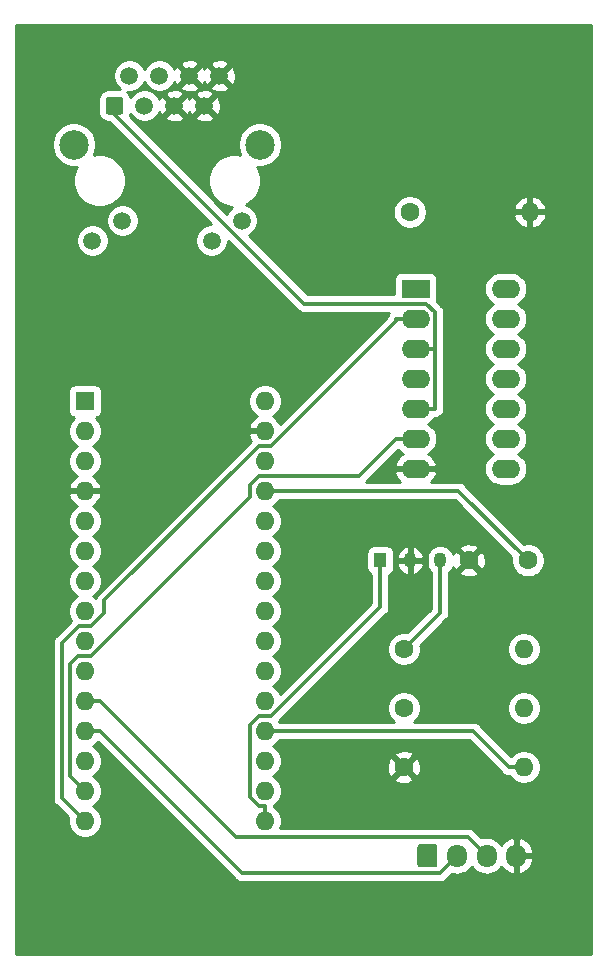
<source format=gbl>
G04 #@! TF.GenerationSoftware,KiCad,Pcbnew,(5.1.5)-2*
G04 #@! TF.CreationDate,2019-12-07T22:10:36+09:00*
G04 #@! TF.ProjectId,circuit_master_ver.0.1.0,63697263-7569-4745-9f6d-61737465725f,rev?*
G04 #@! TF.SameCoordinates,Original*
G04 #@! TF.FileFunction,Copper,L2,Bot*
G04 #@! TF.FilePolarity,Positive*
%FSLAX46Y46*%
G04 Gerber Fmt 4.6, Leading zero omitted, Abs format (unit mm)*
G04 Created by KiCad (PCBNEW (5.1.5)-2) date 2019-12-07 22:10:36*
%MOMM*%
%LPD*%
G04 APERTURE LIST*
%ADD10O,1.050000X1.300000*%
%ADD11R,1.050000X1.300000*%
%ADD12R,1.600000X1.600000*%
%ADD13O,1.600000X1.600000*%
%ADD14C,1.600000*%
%ADD15C,0.100000*%
%ADD16C,1.500000*%
%ADD17C,2.500000*%
%ADD18O,1.700000X1.950000*%
%ADD19R,2.400000X1.600000*%
%ADD20O,2.400000X1.600000*%
%ADD21C,1.200000*%
%ADD22C,0.300000*%
%ADD23C,0.254000*%
G04 APERTURE END LIST*
D10*
X64040000Y-146000000D03*
X66580000Y-146000000D03*
D11*
X61500000Y-146000000D03*
D12*
X36500000Y-132500000D03*
D13*
X51740000Y-165520000D03*
X36500000Y-135040000D03*
X51740000Y-162980000D03*
X36500000Y-137580000D03*
X51740000Y-160440000D03*
X36500000Y-140120000D03*
X51740000Y-157900000D03*
X36500000Y-142660000D03*
X51740000Y-155360000D03*
X36500000Y-145200000D03*
X51740000Y-152820000D03*
X36500000Y-147740000D03*
X51740000Y-150280000D03*
X36500000Y-150280000D03*
X51740000Y-147740000D03*
X36500000Y-152820000D03*
X51740000Y-145200000D03*
X36500000Y-155360000D03*
X51740000Y-142660000D03*
X36500000Y-157900000D03*
X51740000Y-140120000D03*
X36500000Y-160440000D03*
X51740000Y-137580000D03*
X36500000Y-162980000D03*
X51740000Y-135040000D03*
X36500000Y-165520000D03*
X51740000Y-132500000D03*
X36500000Y-168060000D03*
X51740000Y-168060000D03*
D14*
X69000000Y-146000000D03*
X74000000Y-146000000D03*
G04 #@! TA.AperFunction,ComponentPad*
D15*
G36*
X39524053Y-106751206D02*
G01*
X39548370Y-106754813D01*
X39572216Y-106760786D01*
X39595362Y-106769068D01*
X39617585Y-106779579D01*
X39638670Y-106792217D01*
X39658416Y-106806861D01*
X39676630Y-106823370D01*
X39693139Y-106841584D01*
X39707783Y-106861330D01*
X39720421Y-106882415D01*
X39730932Y-106904638D01*
X39739214Y-106927784D01*
X39745187Y-106951630D01*
X39748794Y-106975947D01*
X39750000Y-107000500D01*
X39750000Y-107999500D01*
X39748794Y-108024053D01*
X39745187Y-108048370D01*
X39739214Y-108072216D01*
X39730932Y-108095362D01*
X39720421Y-108117585D01*
X39707783Y-108138670D01*
X39693139Y-108158416D01*
X39676630Y-108176630D01*
X39658416Y-108193139D01*
X39638670Y-108207783D01*
X39617585Y-108220421D01*
X39595362Y-108230932D01*
X39572216Y-108239214D01*
X39548370Y-108245187D01*
X39524053Y-108248794D01*
X39499500Y-108250000D01*
X38500500Y-108250000D01*
X38475947Y-108248794D01*
X38451630Y-108245187D01*
X38427784Y-108239214D01*
X38404638Y-108230932D01*
X38382415Y-108220421D01*
X38361330Y-108207783D01*
X38341584Y-108193139D01*
X38323370Y-108176630D01*
X38306861Y-108158416D01*
X38292217Y-108138670D01*
X38279579Y-108117585D01*
X38269068Y-108095362D01*
X38260786Y-108072216D01*
X38254813Y-108048370D01*
X38251206Y-108024053D01*
X38250000Y-107999500D01*
X38250000Y-107000500D01*
X38251206Y-106975947D01*
X38254813Y-106951630D01*
X38260786Y-106927784D01*
X38269068Y-106904638D01*
X38279579Y-106882415D01*
X38292217Y-106861330D01*
X38306861Y-106841584D01*
X38323370Y-106823370D01*
X38341584Y-106806861D01*
X38361330Y-106792217D01*
X38382415Y-106779579D01*
X38404638Y-106769068D01*
X38427784Y-106760786D01*
X38451630Y-106754813D01*
X38475947Y-106751206D01*
X38500500Y-106750000D01*
X39499500Y-106750000D01*
X39524053Y-106751206D01*
G37*
G04 #@! TD.AperFunction*
D16*
X40270000Y-104960000D03*
X41540000Y-107500000D03*
X42810000Y-104960000D03*
X44080000Y-107500000D03*
X45350000Y-104960000D03*
X46620000Y-107500000D03*
D17*
X35570000Y-110800000D03*
D16*
X47890000Y-104960000D03*
D17*
X51320000Y-110800000D03*
D16*
X37120000Y-118930000D03*
X39660000Y-117230000D03*
X49770000Y-117230000D03*
X47230000Y-118930000D03*
G04 #@! TA.AperFunction,ComponentPad*
D15*
G36*
X66124504Y-170026204D02*
G01*
X66148773Y-170029804D01*
X66172571Y-170035765D01*
X66195671Y-170044030D01*
X66217849Y-170054520D01*
X66238893Y-170067133D01*
X66258598Y-170081747D01*
X66276777Y-170098223D01*
X66293253Y-170116402D01*
X66307867Y-170136107D01*
X66320480Y-170157151D01*
X66330970Y-170179329D01*
X66339235Y-170202429D01*
X66345196Y-170226227D01*
X66348796Y-170250496D01*
X66350000Y-170275000D01*
X66350000Y-171725000D01*
X66348796Y-171749504D01*
X66345196Y-171773773D01*
X66339235Y-171797571D01*
X66330970Y-171820671D01*
X66320480Y-171842849D01*
X66307867Y-171863893D01*
X66293253Y-171883598D01*
X66276777Y-171901777D01*
X66258598Y-171918253D01*
X66238893Y-171932867D01*
X66217849Y-171945480D01*
X66195671Y-171955970D01*
X66172571Y-171964235D01*
X66148773Y-171970196D01*
X66124504Y-171973796D01*
X66100000Y-171975000D01*
X64900000Y-171975000D01*
X64875496Y-171973796D01*
X64851227Y-171970196D01*
X64827429Y-171964235D01*
X64804329Y-171955970D01*
X64782151Y-171945480D01*
X64761107Y-171932867D01*
X64741402Y-171918253D01*
X64723223Y-171901777D01*
X64706747Y-171883598D01*
X64692133Y-171863893D01*
X64679520Y-171842849D01*
X64669030Y-171820671D01*
X64660765Y-171797571D01*
X64654804Y-171773773D01*
X64651204Y-171749504D01*
X64650000Y-171725000D01*
X64650000Y-170275000D01*
X64651204Y-170250496D01*
X64654804Y-170226227D01*
X64660765Y-170202429D01*
X64669030Y-170179329D01*
X64679520Y-170157151D01*
X64692133Y-170136107D01*
X64706747Y-170116402D01*
X64723223Y-170098223D01*
X64741402Y-170081747D01*
X64761107Y-170067133D01*
X64782151Y-170054520D01*
X64804329Y-170044030D01*
X64827429Y-170035765D01*
X64851227Y-170029804D01*
X64875496Y-170026204D01*
X64900000Y-170025000D01*
X66100000Y-170025000D01*
X66124504Y-170026204D01*
G37*
G04 #@! TD.AperFunction*
D18*
X68000000Y-171000000D03*
X70500000Y-171000000D03*
X73000000Y-171000000D03*
D13*
X73660000Y-153500000D03*
D14*
X63500000Y-153500000D03*
X63500000Y-158500000D03*
D13*
X73660000Y-158500000D03*
X73660000Y-163500000D03*
D14*
X63500000Y-163500000D03*
X64000000Y-116500000D03*
D13*
X74160000Y-116500000D03*
D19*
X64500000Y-123000000D03*
D20*
X72120000Y-138240000D03*
X64500000Y-125540000D03*
X72120000Y-135700000D03*
X64500000Y-128080000D03*
X72120000Y-133160000D03*
X64500000Y-130620000D03*
X72120000Y-130620000D03*
X64500000Y-133160000D03*
X72120000Y-128080000D03*
X64500000Y-135700000D03*
X72120000Y-125540000D03*
X64500000Y-138240000D03*
X72120000Y-123000000D03*
D21*
X68000000Y-105000000D03*
X68500000Y-119000000D03*
X54000000Y-105000000D03*
X35000000Y-105000000D03*
X47000000Y-123500000D03*
X35000000Y-125000000D03*
X60000000Y-142500000D03*
X70500000Y-150500000D03*
X77000000Y-130500000D03*
X77500000Y-155500000D03*
X60500000Y-156500000D03*
X68000000Y-165000000D03*
X76000000Y-176000000D03*
X54500000Y-176000000D03*
X34000000Y-176000000D03*
X33000000Y-146500000D03*
X44000000Y-139000000D03*
D22*
X73660000Y-163500000D02*
X72409700Y-163500000D01*
X72409700Y-163500000D02*
X69349700Y-160440000D01*
X69349700Y-160440000D02*
X51740000Y-160440000D01*
X51236900Y-138850000D02*
X59699700Y-138850000D01*
X50489600Y-139597300D02*
X51236900Y-138850000D01*
X50489600Y-140612600D02*
X50489600Y-139597300D01*
X62849700Y-135700000D02*
X64500000Y-135700000D01*
X35210400Y-164230400D02*
X35210400Y-154790100D01*
X35910500Y-154090000D02*
X37012200Y-154090000D01*
X36500000Y-165520000D02*
X35210400Y-164230400D01*
X35210400Y-154790100D02*
X35910500Y-154090000D01*
X59699700Y-138850000D02*
X62849700Y-135700000D01*
X37012200Y-154090000D02*
X50489600Y-140612600D01*
X52286000Y-136310000D02*
X62849700Y-125746300D01*
X62849700Y-125540000D02*
X64500000Y-125540000D01*
X51234400Y-136310000D02*
X52286000Y-136310000D01*
X38151100Y-149393300D02*
X51234400Y-136310000D01*
X34557800Y-166117800D02*
X34557800Y-152986600D01*
X36500000Y-168060000D02*
X34557800Y-166117800D01*
X38151100Y-150444900D02*
X38151100Y-149393300D01*
X37046000Y-151550000D02*
X38151100Y-150444900D01*
X34557800Y-152986600D02*
X35994400Y-151550000D01*
X62849700Y-125746300D02*
X62849700Y-125540000D01*
X35994400Y-151550000D02*
X37046000Y-151550000D01*
X51740000Y-168060000D02*
X51740000Y-166809700D01*
X61500000Y-146000000D02*
X61500000Y-149943800D01*
X61500000Y-149943800D02*
X52273800Y-159170000D01*
X52273800Y-159170000D02*
X51235500Y-159170000D01*
X51235500Y-159170000D02*
X50450400Y-159955100D01*
X50450400Y-159955100D02*
X50450400Y-166038200D01*
X50450400Y-166038200D02*
X51221900Y-166809700D01*
X51221900Y-166809700D02*
X51740000Y-166809700D01*
X66580000Y-146000000D02*
X66580000Y-150420000D01*
X66580000Y-150420000D02*
X63500000Y-153500000D01*
X64500000Y-133160000D02*
X66150300Y-133160000D01*
X66150300Y-133160000D02*
X66150300Y-128080000D01*
X64500000Y-128080000D02*
X66150300Y-128080000D01*
X66150300Y-128080000D02*
X66150300Y-125004800D01*
X66150300Y-125004800D02*
X65396000Y-124250500D01*
X65396000Y-124250500D02*
X55027500Y-124250500D01*
X55027500Y-124250500D02*
X39000000Y-108223000D01*
X39000000Y-108223000D02*
X39000000Y-107500000D01*
X74000000Y-146000000D02*
X68120000Y-140120000D01*
X68120000Y-140120000D02*
X51740000Y-140120000D01*
X36500000Y-157900000D02*
X37750300Y-157900000D01*
X70500000Y-171000000D02*
X68917600Y-169417600D01*
X68917600Y-169417600D02*
X49267900Y-169417600D01*
X49267900Y-169417600D02*
X37750300Y-157900000D01*
X36500000Y-160440000D02*
X37750300Y-160440000D01*
X68000000Y-171000000D02*
X66533600Y-172466400D01*
X66533600Y-172466400D02*
X49776700Y-172466400D01*
X49776700Y-172466400D02*
X37750300Y-160440000D01*
D23*
G36*
X79340001Y-179340000D02*
G01*
X30660000Y-179340000D01*
X30660000Y-152986600D01*
X33769003Y-152986600D01*
X33772801Y-153025163D01*
X33772800Y-166079247D01*
X33769003Y-166117800D01*
X33772800Y-166156353D01*
X33772800Y-166156360D01*
X33784159Y-166271686D01*
X33829046Y-166419659D01*
X33901938Y-166556032D01*
X34000036Y-166675564D01*
X34029990Y-166700147D01*
X35095446Y-167765603D01*
X35065000Y-167918665D01*
X35065000Y-168201335D01*
X35120147Y-168478574D01*
X35228320Y-168739727D01*
X35385363Y-168974759D01*
X35585241Y-169174637D01*
X35820273Y-169331680D01*
X36081426Y-169439853D01*
X36358665Y-169495000D01*
X36641335Y-169495000D01*
X36918574Y-169439853D01*
X37179727Y-169331680D01*
X37414759Y-169174637D01*
X37614637Y-168974759D01*
X37771680Y-168739727D01*
X37879853Y-168478574D01*
X37935000Y-168201335D01*
X37935000Y-167918665D01*
X37879853Y-167641426D01*
X37771680Y-167380273D01*
X37614637Y-167145241D01*
X37414759Y-166945363D01*
X37182241Y-166790000D01*
X37414759Y-166634637D01*
X37614637Y-166434759D01*
X37771680Y-166199727D01*
X37879853Y-165938574D01*
X37935000Y-165661335D01*
X37935000Y-165378665D01*
X37879853Y-165101426D01*
X37771680Y-164840273D01*
X37614637Y-164605241D01*
X37414759Y-164405363D01*
X37182241Y-164250000D01*
X37414759Y-164094637D01*
X37614637Y-163894759D01*
X37771680Y-163659727D01*
X37879853Y-163398574D01*
X37935000Y-163121335D01*
X37935000Y-162838665D01*
X37879853Y-162561426D01*
X37771680Y-162300273D01*
X37614637Y-162065241D01*
X37414759Y-161865363D01*
X37182241Y-161710000D01*
X37414759Y-161554637D01*
X37584769Y-161384627D01*
X49194358Y-172994216D01*
X49218936Y-173024164D01*
X49248884Y-173048742D01*
X49248887Y-173048745D01*
X49278259Y-173072850D01*
X49338467Y-173122262D01*
X49474840Y-173195154D01*
X49622813Y-173240042D01*
X49697726Y-173247420D01*
X49738139Y-173251400D01*
X49738144Y-173251400D01*
X49776700Y-173255197D01*
X49815255Y-173251400D01*
X66495047Y-173251400D01*
X66533600Y-173255197D01*
X66572153Y-173251400D01*
X66572161Y-173251400D01*
X66687487Y-173240041D01*
X66835460Y-173195154D01*
X66971833Y-173122262D01*
X67091364Y-173024164D01*
X67115947Y-172994210D01*
X67565225Y-172544932D01*
X67708890Y-172588513D01*
X68000000Y-172617185D01*
X68291111Y-172588513D01*
X68571034Y-172503599D01*
X68829014Y-172365706D01*
X69055134Y-172180134D01*
X69240706Y-171954014D01*
X69250000Y-171936626D01*
X69259294Y-171954014D01*
X69444866Y-172180134D01*
X69670987Y-172365706D01*
X69928967Y-172503599D01*
X70208890Y-172588513D01*
X70500000Y-172617185D01*
X70791111Y-172588513D01*
X71071034Y-172503599D01*
X71329014Y-172365706D01*
X71555134Y-172180134D01*
X71740706Y-171954014D01*
X71754462Y-171928278D01*
X71910951Y-172134429D01*
X72128807Y-172327496D01*
X72380142Y-172474352D01*
X72643110Y-172566476D01*
X72873000Y-172445155D01*
X72873000Y-171127000D01*
X73127000Y-171127000D01*
X73127000Y-172445155D01*
X73356890Y-172566476D01*
X73619858Y-172474352D01*
X73871193Y-172327496D01*
X74089049Y-172134429D01*
X74265053Y-171902570D01*
X74392442Y-171640830D01*
X74466320Y-171359267D01*
X74326165Y-171127000D01*
X73127000Y-171127000D01*
X72873000Y-171127000D01*
X72853000Y-171127000D01*
X72853000Y-170873000D01*
X72873000Y-170873000D01*
X72873000Y-169554845D01*
X73127000Y-169554845D01*
X73127000Y-170873000D01*
X74326165Y-170873000D01*
X74466320Y-170640733D01*
X74392442Y-170359170D01*
X74265053Y-170097430D01*
X74089049Y-169865571D01*
X73871193Y-169672504D01*
X73619858Y-169525648D01*
X73356890Y-169433524D01*
X73127000Y-169554845D01*
X72873000Y-169554845D01*
X72643110Y-169433524D01*
X72380142Y-169525648D01*
X72128807Y-169672504D01*
X71910951Y-169865571D01*
X71754462Y-170071722D01*
X71740706Y-170045986D01*
X71555134Y-169819866D01*
X71329013Y-169634294D01*
X71071033Y-169496401D01*
X70791110Y-169411487D01*
X70500000Y-169382815D01*
X70208889Y-169411487D01*
X70065224Y-169455067D01*
X69499947Y-168889790D01*
X69475364Y-168859836D01*
X69355833Y-168761738D01*
X69219460Y-168688846D01*
X69071487Y-168643959D01*
X68956161Y-168632600D01*
X68956153Y-168632600D01*
X68917600Y-168628803D01*
X68879047Y-168632600D01*
X53056053Y-168632600D01*
X53119853Y-168478574D01*
X53175000Y-168201335D01*
X53175000Y-167918665D01*
X53119853Y-167641426D01*
X53011680Y-167380273D01*
X52854637Y-167145241D01*
X52654759Y-166945363D01*
X52525000Y-166858661D01*
X52525000Y-166848261D01*
X52528798Y-166809700D01*
X52520398Y-166724414D01*
X52654759Y-166634637D01*
X52854637Y-166434759D01*
X53011680Y-166199727D01*
X53119853Y-165938574D01*
X53175000Y-165661335D01*
X53175000Y-165378665D01*
X53119853Y-165101426D01*
X53011680Y-164840273D01*
X52854637Y-164605241D01*
X52742098Y-164492702D01*
X62686903Y-164492702D01*
X62758486Y-164736671D01*
X63013996Y-164857571D01*
X63288184Y-164926300D01*
X63570512Y-164940217D01*
X63850130Y-164898787D01*
X64116292Y-164803603D01*
X64241514Y-164736671D01*
X64313097Y-164492702D01*
X63500000Y-163679605D01*
X62686903Y-164492702D01*
X52742098Y-164492702D01*
X52654759Y-164405363D01*
X52422241Y-164250000D01*
X52654759Y-164094637D01*
X52854637Y-163894759D01*
X53011680Y-163659727D01*
X53048634Y-163570512D01*
X62059783Y-163570512D01*
X62101213Y-163850130D01*
X62196397Y-164116292D01*
X62263329Y-164241514D01*
X62507298Y-164313097D01*
X63320395Y-163500000D01*
X63679605Y-163500000D01*
X64492702Y-164313097D01*
X64736671Y-164241514D01*
X64857571Y-163986004D01*
X64926300Y-163711816D01*
X64940217Y-163429488D01*
X64898787Y-163149870D01*
X64803603Y-162883708D01*
X64736671Y-162758486D01*
X64492702Y-162686903D01*
X63679605Y-163500000D01*
X63320395Y-163500000D01*
X62507298Y-162686903D01*
X62263329Y-162758486D01*
X62142429Y-163013996D01*
X62073700Y-163288184D01*
X62059783Y-163570512D01*
X53048634Y-163570512D01*
X53119853Y-163398574D01*
X53175000Y-163121335D01*
X53175000Y-162838665D01*
X53119853Y-162561426D01*
X53097433Y-162507298D01*
X62686903Y-162507298D01*
X63500000Y-163320395D01*
X64313097Y-162507298D01*
X64241514Y-162263329D01*
X63986004Y-162142429D01*
X63711816Y-162073700D01*
X63429488Y-162059783D01*
X63149870Y-162101213D01*
X62883708Y-162196397D01*
X62758486Y-162263329D01*
X62686903Y-162507298D01*
X53097433Y-162507298D01*
X53011680Y-162300273D01*
X52854637Y-162065241D01*
X52654759Y-161865363D01*
X52422241Y-161710000D01*
X52654759Y-161554637D01*
X52854637Y-161354759D01*
X52941339Y-161225000D01*
X69024543Y-161225000D01*
X71827353Y-164027810D01*
X71851936Y-164057764D01*
X71971467Y-164155862D01*
X72107840Y-164228754D01*
X72255813Y-164273642D01*
X72330726Y-164281020D01*
X72371139Y-164285000D01*
X72371144Y-164285000D01*
X72409700Y-164288797D01*
X72448256Y-164285000D01*
X72458661Y-164285000D01*
X72545363Y-164414759D01*
X72745241Y-164614637D01*
X72980273Y-164771680D01*
X73241426Y-164879853D01*
X73518665Y-164935000D01*
X73801335Y-164935000D01*
X74078574Y-164879853D01*
X74339727Y-164771680D01*
X74574759Y-164614637D01*
X74774637Y-164414759D01*
X74931680Y-164179727D01*
X75039853Y-163918574D01*
X75095000Y-163641335D01*
X75095000Y-163358665D01*
X75039853Y-163081426D01*
X74931680Y-162820273D01*
X74774637Y-162585241D01*
X74574759Y-162385363D01*
X74339727Y-162228320D01*
X74078574Y-162120147D01*
X73801335Y-162065000D01*
X73518665Y-162065000D01*
X73241426Y-162120147D01*
X72980273Y-162228320D01*
X72745241Y-162385363D01*
X72575231Y-162555374D01*
X69932047Y-159912190D01*
X69907464Y-159882236D01*
X69787933Y-159784138D01*
X69651560Y-159711246D01*
X69503587Y-159666359D01*
X69388261Y-159655000D01*
X69388253Y-159655000D01*
X69349700Y-159651203D01*
X69311147Y-159655000D01*
X64354351Y-159655000D01*
X64414759Y-159614637D01*
X64614637Y-159414759D01*
X64771680Y-159179727D01*
X64879853Y-158918574D01*
X64935000Y-158641335D01*
X64935000Y-158358665D01*
X72225000Y-158358665D01*
X72225000Y-158641335D01*
X72280147Y-158918574D01*
X72388320Y-159179727D01*
X72545363Y-159414759D01*
X72745241Y-159614637D01*
X72980273Y-159771680D01*
X73241426Y-159879853D01*
X73518665Y-159935000D01*
X73801335Y-159935000D01*
X74078574Y-159879853D01*
X74339727Y-159771680D01*
X74574759Y-159614637D01*
X74774637Y-159414759D01*
X74931680Y-159179727D01*
X75039853Y-158918574D01*
X75095000Y-158641335D01*
X75095000Y-158358665D01*
X75039853Y-158081426D01*
X74931680Y-157820273D01*
X74774637Y-157585241D01*
X74574759Y-157385363D01*
X74339727Y-157228320D01*
X74078574Y-157120147D01*
X73801335Y-157065000D01*
X73518665Y-157065000D01*
X73241426Y-157120147D01*
X72980273Y-157228320D01*
X72745241Y-157385363D01*
X72545363Y-157585241D01*
X72388320Y-157820273D01*
X72280147Y-158081426D01*
X72225000Y-158358665D01*
X64935000Y-158358665D01*
X64879853Y-158081426D01*
X64771680Y-157820273D01*
X64614637Y-157585241D01*
X64414759Y-157385363D01*
X64179727Y-157228320D01*
X63918574Y-157120147D01*
X63641335Y-157065000D01*
X63358665Y-157065000D01*
X63081426Y-157120147D01*
X62820273Y-157228320D01*
X62585241Y-157385363D01*
X62385363Y-157585241D01*
X62228320Y-157820273D01*
X62120147Y-158081426D01*
X62065000Y-158358665D01*
X62065000Y-158641335D01*
X62120147Y-158918574D01*
X62228320Y-159179727D01*
X62385363Y-159414759D01*
X62585241Y-159614637D01*
X62645649Y-159655000D01*
X52941339Y-159655000D01*
X52924363Y-159629594D01*
X59195292Y-153358665D01*
X62065000Y-153358665D01*
X62065000Y-153641335D01*
X62120147Y-153918574D01*
X62228320Y-154179727D01*
X62385363Y-154414759D01*
X62585241Y-154614637D01*
X62820273Y-154771680D01*
X63081426Y-154879853D01*
X63358665Y-154935000D01*
X63641335Y-154935000D01*
X63918574Y-154879853D01*
X64179727Y-154771680D01*
X64414759Y-154614637D01*
X64614637Y-154414759D01*
X64771680Y-154179727D01*
X64879853Y-153918574D01*
X64935000Y-153641335D01*
X64935000Y-153358665D01*
X72225000Y-153358665D01*
X72225000Y-153641335D01*
X72280147Y-153918574D01*
X72388320Y-154179727D01*
X72545363Y-154414759D01*
X72745241Y-154614637D01*
X72980273Y-154771680D01*
X73241426Y-154879853D01*
X73518665Y-154935000D01*
X73801335Y-154935000D01*
X74078574Y-154879853D01*
X74339727Y-154771680D01*
X74574759Y-154614637D01*
X74774637Y-154414759D01*
X74931680Y-154179727D01*
X75039853Y-153918574D01*
X75095000Y-153641335D01*
X75095000Y-153358665D01*
X75039853Y-153081426D01*
X74931680Y-152820273D01*
X74774637Y-152585241D01*
X74574759Y-152385363D01*
X74339727Y-152228320D01*
X74078574Y-152120147D01*
X73801335Y-152065000D01*
X73518665Y-152065000D01*
X73241426Y-152120147D01*
X72980273Y-152228320D01*
X72745241Y-152385363D01*
X72545363Y-152585241D01*
X72388320Y-152820273D01*
X72280147Y-153081426D01*
X72225000Y-153358665D01*
X64935000Y-153358665D01*
X64904554Y-153205603D01*
X67107810Y-151002347D01*
X67137764Y-150977764D01*
X67235862Y-150858233D01*
X67308754Y-150721860D01*
X67353642Y-150573887D01*
X67362547Y-150483461D01*
X67365000Y-150458561D01*
X67365000Y-150458556D01*
X67368797Y-150420000D01*
X67365000Y-150381444D01*
X67365000Y-146992702D01*
X68186903Y-146992702D01*
X68258486Y-147236671D01*
X68513996Y-147357571D01*
X68788184Y-147426300D01*
X69070512Y-147440217D01*
X69350130Y-147398787D01*
X69616292Y-147303603D01*
X69741514Y-147236671D01*
X69813097Y-146992702D01*
X69000000Y-146179605D01*
X68186903Y-146992702D01*
X67365000Y-146992702D01*
X67365000Y-146981392D01*
X67404212Y-146949212D01*
X67549171Y-146772579D01*
X67656885Y-146571060D01*
X67667595Y-146535754D01*
X67696397Y-146616292D01*
X67763329Y-146741514D01*
X68007298Y-146813097D01*
X68820395Y-146000000D01*
X69179605Y-146000000D01*
X69992702Y-146813097D01*
X70236671Y-146741514D01*
X70357571Y-146486004D01*
X70426300Y-146211816D01*
X70440217Y-145929488D01*
X70398787Y-145649870D01*
X70303603Y-145383708D01*
X70236671Y-145258486D01*
X69992702Y-145186903D01*
X69179605Y-146000000D01*
X68820395Y-146000000D01*
X68007298Y-145186903D01*
X67763329Y-145258486D01*
X67666960Y-145462153D01*
X67656885Y-145428941D01*
X67549171Y-145227422D01*
X67404212Y-145050788D01*
X67351220Y-145007298D01*
X68186903Y-145007298D01*
X69000000Y-145820395D01*
X69813097Y-145007298D01*
X69741514Y-144763329D01*
X69486004Y-144642429D01*
X69211816Y-144573700D01*
X68929488Y-144559783D01*
X68649870Y-144601213D01*
X68383708Y-144696397D01*
X68258486Y-144763329D01*
X68186903Y-145007298D01*
X67351220Y-145007298D01*
X67227579Y-144905829D01*
X67026060Y-144798115D01*
X66807400Y-144731785D01*
X66580000Y-144709388D01*
X66352601Y-144731785D01*
X66133941Y-144798115D01*
X65932422Y-144905829D01*
X65755789Y-145050788D01*
X65610829Y-145227421D01*
X65503115Y-145428940D01*
X65436785Y-145647600D01*
X65420000Y-145818021D01*
X65420000Y-146181978D01*
X65436785Y-146352399D01*
X65503115Y-146571059D01*
X65610829Y-146772578D01*
X65755788Y-146949212D01*
X65795000Y-146981393D01*
X65795001Y-150094842D01*
X63794397Y-152095446D01*
X63641335Y-152065000D01*
X63358665Y-152065000D01*
X63081426Y-152120147D01*
X62820273Y-152228320D01*
X62585241Y-152385363D01*
X62385363Y-152585241D01*
X62228320Y-152820273D01*
X62120147Y-153081426D01*
X62065000Y-153358665D01*
X59195292Y-153358665D01*
X62027816Y-150526142D01*
X62057764Y-150501564D01*
X62155862Y-150382033D01*
X62228754Y-150245660D01*
X62259883Y-150143041D01*
X62273641Y-150097688D01*
X62275057Y-150083310D01*
X62285000Y-149982361D01*
X62285000Y-149982354D01*
X62288797Y-149943801D01*
X62285000Y-149905248D01*
X62285000Y-147231046D01*
X62379494Y-147180537D01*
X62476185Y-147101185D01*
X62555537Y-147004494D01*
X62614502Y-146894180D01*
X62650812Y-146774482D01*
X62663072Y-146650000D01*
X62663072Y-146308422D01*
X62894702Y-146308422D01*
X62952492Y-146528334D01*
X63052075Y-146732746D01*
X63189623Y-146913803D01*
X63359851Y-147064547D01*
X63556216Y-147179184D01*
X63734190Y-147243964D01*
X63913000Y-147118163D01*
X63913000Y-146127000D01*
X64167000Y-146127000D01*
X64167000Y-147118163D01*
X64345810Y-147243964D01*
X64523784Y-147179184D01*
X64720149Y-147064547D01*
X64890377Y-146913803D01*
X65027925Y-146732746D01*
X65127508Y-146528334D01*
X65185298Y-146308422D01*
X65041141Y-146127000D01*
X64167000Y-146127000D01*
X63913000Y-146127000D01*
X63038859Y-146127000D01*
X62894702Y-146308422D01*
X62663072Y-146308422D01*
X62663072Y-145691578D01*
X62894702Y-145691578D01*
X63038859Y-145873000D01*
X63913000Y-145873000D01*
X63913000Y-144881837D01*
X64167000Y-144881837D01*
X64167000Y-145873000D01*
X65041141Y-145873000D01*
X65185298Y-145691578D01*
X65127508Y-145471666D01*
X65027925Y-145267254D01*
X64890377Y-145086197D01*
X64720149Y-144935453D01*
X64523784Y-144820816D01*
X64345810Y-144756036D01*
X64167000Y-144881837D01*
X63913000Y-144881837D01*
X63734190Y-144756036D01*
X63556216Y-144820816D01*
X63359851Y-144935453D01*
X63189623Y-145086197D01*
X63052075Y-145267254D01*
X62952492Y-145471666D01*
X62894702Y-145691578D01*
X62663072Y-145691578D01*
X62663072Y-145350000D01*
X62650812Y-145225518D01*
X62614502Y-145105820D01*
X62555537Y-144995506D01*
X62476185Y-144898815D01*
X62379494Y-144819463D01*
X62269180Y-144760498D01*
X62149482Y-144724188D01*
X62025000Y-144711928D01*
X60975000Y-144711928D01*
X60850518Y-144724188D01*
X60730820Y-144760498D01*
X60620506Y-144819463D01*
X60523815Y-144898815D01*
X60444463Y-144995506D01*
X60385498Y-145105820D01*
X60349188Y-145225518D01*
X60336928Y-145350000D01*
X60336928Y-146650000D01*
X60349188Y-146774482D01*
X60385498Y-146894180D01*
X60444463Y-147004494D01*
X60523815Y-147101185D01*
X60620506Y-147180537D01*
X60715000Y-147231046D01*
X60715001Y-149618641D01*
X53041464Y-157292179D01*
X53011680Y-157220273D01*
X52854637Y-156985241D01*
X52654759Y-156785363D01*
X52422241Y-156630000D01*
X52654759Y-156474637D01*
X52854637Y-156274759D01*
X53011680Y-156039727D01*
X53119853Y-155778574D01*
X53175000Y-155501335D01*
X53175000Y-155218665D01*
X53119853Y-154941426D01*
X53011680Y-154680273D01*
X52854637Y-154445241D01*
X52654759Y-154245363D01*
X52422241Y-154090000D01*
X52654759Y-153934637D01*
X52854637Y-153734759D01*
X53011680Y-153499727D01*
X53119853Y-153238574D01*
X53175000Y-152961335D01*
X53175000Y-152678665D01*
X53119853Y-152401426D01*
X53011680Y-152140273D01*
X52854637Y-151905241D01*
X52654759Y-151705363D01*
X52422241Y-151550000D01*
X52654759Y-151394637D01*
X52854637Y-151194759D01*
X53011680Y-150959727D01*
X53119853Y-150698574D01*
X53175000Y-150421335D01*
X53175000Y-150138665D01*
X53119853Y-149861426D01*
X53011680Y-149600273D01*
X52854637Y-149365241D01*
X52654759Y-149165363D01*
X52422241Y-149010000D01*
X52654759Y-148854637D01*
X52854637Y-148654759D01*
X53011680Y-148419727D01*
X53119853Y-148158574D01*
X53175000Y-147881335D01*
X53175000Y-147598665D01*
X53119853Y-147321426D01*
X53011680Y-147060273D01*
X52854637Y-146825241D01*
X52654759Y-146625363D01*
X52422241Y-146470000D01*
X52654759Y-146314637D01*
X52854637Y-146114759D01*
X53011680Y-145879727D01*
X53119853Y-145618574D01*
X53175000Y-145341335D01*
X53175000Y-145058665D01*
X53119853Y-144781426D01*
X53011680Y-144520273D01*
X52854637Y-144285241D01*
X52654759Y-144085363D01*
X52422241Y-143930000D01*
X52654759Y-143774637D01*
X52854637Y-143574759D01*
X53011680Y-143339727D01*
X53119853Y-143078574D01*
X53175000Y-142801335D01*
X53175000Y-142518665D01*
X53119853Y-142241426D01*
X53011680Y-141980273D01*
X52854637Y-141745241D01*
X52654759Y-141545363D01*
X52422241Y-141390000D01*
X52654759Y-141234637D01*
X52854637Y-141034759D01*
X52941339Y-140905000D01*
X67794843Y-140905000D01*
X72595446Y-145705603D01*
X72565000Y-145858665D01*
X72565000Y-146141335D01*
X72620147Y-146418574D01*
X72728320Y-146679727D01*
X72885363Y-146914759D01*
X73085241Y-147114637D01*
X73320273Y-147271680D01*
X73581426Y-147379853D01*
X73858665Y-147435000D01*
X74141335Y-147435000D01*
X74418574Y-147379853D01*
X74679727Y-147271680D01*
X74914759Y-147114637D01*
X75114637Y-146914759D01*
X75271680Y-146679727D01*
X75379853Y-146418574D01*
X75435000Y-146141335D01*
X75435000Y-145858665D01*
X75379853Y-145581426D01*
X75271680Y-145320273D01*
X75114637Y-145085241D01*
X74914759Y-144885363D01*
X74679727Y-144728320D01*
X74418574Y-144620147D01*
X74141335Y-144565000D01*
X73858665Y-144565000D01*
X73705603Y-144595446D01*
X68702347Y-139592190D01*
X68677764Y-139562236D01*
X68558233Y-139464138D01*
X68421860Y-139391246D01*
X68273887Y-139346359D01*
X68158561Y-139335000D01*
X68158553Y-139335000D01*
X68120000Y-139331203D01*
X68081447Y-139335000D01*
X65830992Y-139335000D01*
X66004500Y-139164895D01*
X66163715Y-138931646D01*
X66274367Y-138671818D01*
X66291904Y-138589039D01*
X66169915Y-138367000D01*
X64627000Y-138367000D01*
X64627000Y-138387000D01*
X64373000Y-138387000D01*
X64373000Y-138367000D01*
X62830085Y-138367000D01*
X62708096Y-138589039D01*
X62725633Y-138671818D01*
X62836285Y-138931646D01*
X62995500Y-139164895D01*
X63169008Y-139335000D01*
X60324857Y-139335000D01*
X63017222Y-136642635D01*
X63080392Y-136719608D01*
X63298899Y-136898932D01*
X63426741Y-136967265D01*
X63197161Y-137117399D01*
X62995500Y-137315105D01*
X62836285Y-137548354D01*
X62725633Y-137808182D01*
X62708096Y-137890961D01*
X62830085Y-138113000D01*
X64373000Y-138113000D01*
X64373000Y-138093000D01*
X64627000Y-138093000D01*
X64627000Y-138113000D01*
X66169915Y-138113000D01*
X66291904Y-137890961D01*
X66274367Y-137808182D01*
X66163715Y-137548354D01*
X66004500Y-137315105D01*
X65802839Y-137117399D01*
X65573259Y-136967265D01*
X65701101Y-136898932D01*
X65919608Y-136719608D01*
X66098932Y-136501101D01*
X66232182Y-136251808D01*
X66314236Y-135981309D01*
X66341943Y-135700000D01*
X66314236Y-135418691D01*
X66232182Y-135148192D01*
X66098932Y-134898899D01*
X65919608Y-134680392D01*
X65701101Y-134501068D01*
X65568142Y-134430000D01*
X65701101Y-134358932D01*
X65919608Y-134179608D01*
X66098932Y-133961101D01*
X66107538Y-133945000D01*
X66111739Y-133945000D01*
X66150300Y-133948798D01*
X66188860Y-133945000D01*
X66188861Y-133945000D01*
X66304187Y-133933641D01*
X66452160Y-133888754D01*
X66588533Y-133815862D01*
X66708064Y-133717764D01*
X66806162Y-133598233D01*
X66879054Y-133461860D01*
X66923941Y-133313887D01*
X66939098Y-133160000D01*
X66935300Y-133121439D01*
X66935300Y-128118560D01*
X66939098Y-128080000D01*
X66935300Y-128041439D01*
X66935300Y-125043352D01*
X66939097Y-125004799D01*
X66935300Y-124966246D01*
X66935300Y-124966239D01*
X66923941Y-124850913D01*
X66879054Y-124702940D01*
X66806162Y-124566567D01*
X66708064Y-124447036D01*
X66678115Y-124422457D01*
X66291908Y-124036250D01*
X66325812Y-123924482D01*
X66338072Y-123800000D01*
X66338072Y-123000000D01*
X70278057Y-123000000D01*
X70305764Y-123281309D01*
X70387818Y-123551808D01*
X70521068Y-123801101D01*
X70700392Y-124019608D01*
X70918899Y-124198932D01*
X71051858Y-124270000D01*
X70918899Y-124341068D01*
X70700392Y-124520392D01*
X70521068Y-124738899D01*
X70387818Y-124988192D01*
X70305764Y-125258691D01*
X70278057Y-125540000D01*
X70305764Y-125821309D01*
X70387818Y-126091808D01*
X70521068Y-126341101D01*
X70700392Y-126559608D01*
X70918899Y-126738932D01*
X71051858Y-126810000D01*
X70918899Y-126881068D01*
X70700392Y-127060392D01*
X70521068Y-127278899D01*
X70387818Y-127528192D01*
X70305764Y-127798691D01*
X70278057Y-128080000D01*
X70305764Y-128361309D01*
X70387818Y-128631808D01*
X70521068Y-128881101D01*
X70700392Y-129099608D01*
X70918899Y-129278932D01*
X71051858Y-129350000D01*
X70918899Y-129421068D01*
X70700392Y-129600392D01*
X70521068Y-129818899D01*
X70387818Y-130068192D01*
X70305764Y-130338691D01*
X70278057Y-130620000D01*
X70305764Y-130901309D01*
X70387818Y-131171808D01*
X70521068Y-131421101D01*
X70700392Y-131639608D01*
X70918899Y-131818932D01*
X71051858Y-131890000D01*
X70918899Y-131961068D01*
X70700392Y-132140392D01*
X70521068Y-132358899D01*
X70387818Y-132608192D01*
X70305764Y-132878691D01*
X70278057Y-133160000D01*
X70305764Y-133441309D01*
X70387818Y-133711808D01*
X70521068Y-133961101D01*
X70700392Y-134179608D01*
X70918899Y-134358932D01*
X71051858Y-134430000D01*
X70918899Y-134501068D01*
X70700392Y-134680392D01*
X70521068Y-134898899D01*
X70387818Y-135148192D01*
X70305764Y-135418691D01*
X70278057Y-135700000D01*
X70305764Y-135981309D01*
X70387818Y-136251808D01*
X70521068Y-136501101D01*
X70700392Y-136719608D01*
X70918899Y-136898932D01*
X71051858Y-136970000D01*
X70918899Y-137041068D01*
X70700392Y-137220392D01*
X70521068Y-137438899D01*
X70387818Y-137688192D01*
X70305764Y-137958691D01*
X70278057Y-138240000D01*
X70305764Y-138521309D01*
X70387818Y-138791808D01*
X70521068Y-139041101D01*
X70700392Y-139259608D01*
X70918899Y-139438932D01*
X71168192Y-139572182D01*
X71438691Y-139654236D01*
X71649508Y-139675000D01*
X72590492Y-139675000D01*
X72801309Y-139654236D01*
X73071808Y-139572182D01*
X73321101Y-139438932D01*
X73539608Y-139259608D01*
X73718932Y-139041101D01*
X73852182Y-138791808D01*
X73934236Y-138521309D01*
X73961943Y-138240000D01*
X73934236Y-137958691D01*
X73852182Y-137688192D01*
X73718932Y-137438899D01*
X73539608Y-137220392D01*
X73321101Y-137041068D01*
X73188142Y-136970000D01*
X73321101Y-136898932D01*
X73539608Y-136719608D01*
X73718932Y-136501101D01*
X73852182Y-136251808D01*
X73934236Y-135981309D01*
X73961943Y-135700000D01*
X73934236Y-135418691D01*
X73852182Y-135148192D01*
X73718932Y-134898899D01*
X73539608Y-134680392D01*
X73321101Y-134501068D01*
X73188142Y-134430000D01*
X73321101Y-134358932D01*
X73539608Y-134179608D01*
X73718932Y-133961101D01*
X73852182Y-133711808D01*
X73934236Y-133441309D01*
X73961943Y-133160000D01*
X73934236Y-132878691D01*
X73852182Y-132608192D01*
X73718932Y-132358899D01*
X73539608Y-132140392D01*
X73321101Y-131961068D01*
X73188142Y-131890000D01*
X73321101Y-131818932D01*
X73539608Y-131639608D01*
X73718932Y-131421101D01*
X73852182Y-131171808D01*
X73934236Y-130901309D01*
X73961943Y-130620000D01*
X73934236Y-130338691D01*
X73852182Y-130068192D01*
X73718932Y-129818899D01*
X73539608Y-129600392D01*
X73321101Y-129421068D01*
X73188142Y-129350000D01*
X73321101Y-129278932D01*
X73539608Y-129099608D01*
X73718932Y-128881101D01*
X73852182Y-128631808D01*
X73934236Y-128361309D01*
X73961943Y-128080000D01*
X73934236Y-127798691D01*
X73852182Y-127528192D01*
X73718932Y-127278899D01*
X73539608Y-127060392D01*
X73321101Y-126881068D01*
X73188142Y-126810000D01*
X73321101Y-126738932D01*
X73539608Y-126559608D01*
X73718932Y-126341101D01*
X73852182Y-126091808D01*
X73934236Y-125821309D01*
X73961943Y-125540000D01*
X73934236Y-125258691D01*
X73852182Y-124988192D01*
X73718932Y-124738899D01*
X73539608Y-124520392D01*
X73321101Y-124341068D01*
X73188142Y-124270000D01*
X73321101Y-124198932D01*
X73539608Y-124019608D01*
X73718932Y-123801101D01*
X73852182Y-123551808D01*
X73934236Y-123281309D01*
X73961943Y-123000000D01*
X73934236Y-122718691D01*
X73852182Y-122448192D01*
X73718932Y-122198899D01*
X73539608Y-121980392D01*
X73321101Y-121801068D01*
X73071808Y-121667818D01*
X72801309Y-121585764D01*
X72590492Y-121565000D01*
X71649508Y-121565000D01*
X71438691Y-121585764D01*
X71168192Y-121667818D01*
X70918899Y-121801068D01*
X70700392Y-121980392D01*
X70521068Y-122198899D01*
X70387818Y-122448192D01*
X70305764Y-122718691D01*
X70278057Y-123000000D01*
X66338072Y-123000000D01*
X66338072Y-122200000D01*
X66325812Y-122075518D01*
X66289502Y-121955820D01*
X66230537Y-121845506D01*
X66151185Y-121748815D01*
X66054494Y-121669463D01*
X65944180Y-121610498D01*
X65824482Y-121574188D01*
X65700000Y-121561928D01*
X63300000Y-121561928D01*
X63175518Y-121574188D01*
X63055820Y-121610498D01*
X62945506Y-121669463D01*
X62848815Y-121748815D01*
X62769463Y-121845506D01*
X62710498Y-121955820D01*
X62674188Y-122075518D01*
X62661928Y-122200000D01*
X62661928Y-123465500D01*
X55352657Y-123465500D01*
X50368403Y-118481246D01*
X50426043Y-118457371D01*
X50652886Y-118305799D01*
X50845799Y-118112886D01*
X50997371Y-117886043D01*
X51101775Y-117633989D01*
X51155000Y-117366411D01*
X51155000Y-117093589D01*
X51101775Y-116826011D01*
X50997371Y-116573957D01*
X50853518Y-116358665D01*
X62565000Y-116358665D01*
X62565000Y-116641335D01*
X62620147Y-116918574D01*
X62728320Y-117179727D01*
X62885363Y-117414759D01*
X63085241Y-117614637D01*
X63320273Y-117771680D01*
X63581426Y-117879853D01*
X63858665Y-117935000D01*
X64141335Y-117935000D01*
X64418574Y-117879853D01*
X64679727Y-117771680D01*
X64914759Y-117614637D01*
X65114637Y-117414759D01*
X65271680Y-117179727D01*
X65379853Y-116918574D01*
X65393684Y-116849039D01*
X72768096Y-116849039D01*
X72808754Y-116983087D01*
X72928963Y-117237420D01*
X73096481Y-117463414D01*
X73304869Y-117652385D01*
X73546119Y-117797070D01*
X73810960Y-117891909D01*
X74033000Y-117770624D01*
X74033000Y-116627000D01*
X74287000Y-116627000D01*
X74287000Y-117770624D01*
X74509040Y-117891909D01*
X74773881Y-117797070D01*
X75015131Y-117652385D01*
X75223519Y-117463414D01*
X75391037Y-117237420D01*
X75511246Y-116983087D01*
X75551904Y-116849039D01*
X75429915Y-116627000D01*
X74287000Y-116627000D01*
X74033000Y-116627000D01*
X72890085Y-116627000D01*
X72768096Y-116849039D01*
X65393684Y-116849039D01*
X65435000Y-116641335D01*
X65435000Y-116358665D01*
X65393685Y-116150961D01*
X72768096Y-116150961D01*
X72890085Y-116373000D01*
X74033000Y-116373000D01*
X74033000Y-115229376D01*
X74287000Y-115229376D01*
X74287000Y-116373000D01*
X75429915Y-116373000D01*
X75551904Y-116150961D01*
X75511246Y-116016913D01*
X75391037Y-115762580D01*
X75223519Y-115536586D01*
X75015131Y-115347615D01*
X74773881Y-115202930D01*
X74509040Y-115108091D01*
X74287000Y-115229376D01*
X74033000Y-115229376D01*
X73810960Y-115108091D01*
X73546119Y-115202930D01*
X73304869Y-115347615D01*
X73096481Y-115536586D01*
X72928963Y-115762580D01*
X72808754Y-116016913D01*
X72768096Y-116150961D01*
X65393685Y-116150961D01*
X65379853Y-116081426D01*
X65271680Y-115820273D01*
X65114637Y-115585241D01*
X64914759Y-115385363D01*
X64679727Y-115228320D01*
X64418574Y-115120147D01*
X64141335Y-115065000D01*
X63858665Y-115065000D01*
X63581426Y-115120147D01*
X63320273Y-115228320D01*
X63085241Y-115385363D01*
X62885363Y-115585241D01*
X62728320Y-115820273D01*
X62620147Y-116081426D01*
X62565000Y-116358665D01*
X50853518Y-116358665D01*
X50845799Y-116347114D01*
X50652886Y-116154201D01*
X50426043Y-116002629D01*
X50173989Y-115898225D01*
X50138064Y-115891079D01*
X50230511Y-115852786D01*
X50600666Y-115605456D01*
X50915456Y-115290666D01*
X51162786Y-114920511D01*
X51333149Y-114509218D01*
X51420000Y-114072591D01*
X51420000Y-113627409D01*
X51333149Y-113190782D01*
X51162786Y-112779489D01*
X51094333Y-112677041D01*
X51134344Y-112685000D01*
X51505656Y-112685000D01*
X51869834Y-112612561D01*
X52212882Y-112470466D01*
X52521618Y-112264175D01*
X52784175Y-112001618D01*
X52990466Y-111692882D01*
X53132561Y-111349834D01*
X53205000Y-110985656D01*
X53205000Y-110614344D01*
X53132561Y-110250166D01*
X52990466Y-109907118D01*
X52784175Y-109598382D01*
X52521618Y-109335825D01*
X52212882Y-109129534D01*
X51869834Y-108987439D01*
X51505656Y-108915000D01*
X51134344Y-108915000D01*
X50770166Y-108987439D01*
X50427118Y-109129534D01*
X50118382Y-109335825D01*
X49855825Y-109598382D01*
X49649534Y-109907118D01*
X49507439Y-110250166D01*
X49435000Y-110614344D01*
X49435000Y-110985656D01*
X49507439Y-111349834D01*
X49627061Y-111638628D01*
X49382591Y-111590000D01*
X48937409Y-111590000D01*
X48500782Y-111676851D01*
X48089489Y-111847214D01*
X47719334Y-112094544D01*
X47404544Y-112409334D01*
X47157214Y-112779489D01*
X46986851Y-113190782D01*
X46900000Y-113627409D01*
X46900000Y-114072591D01*
X46986851Y-114509218D01*
X47157214Y-114920511D01*
X47404544Y-115290666D01*
X47719334Y-115605456D01*
X48089489Y-115852786D01*
X48500782Y-116023149D01*
X48937409Y-116110000D01*
X48953265Y-116110000D01*
X48887114Y-116154201D01*
X48694201Y-116347114D01*
X48542629Y-116573957D01*
X48518754Y-116631597D01*
X40287783Y-108400626D01*
X40320433Y-108339542D01*
X40356280Y-108221371D01*
X40464201Y-108382886D01*
X40657114Y-108575799D01*
X40883957Y-108727371D01*
X41136011Y-108831775D01*
X41403589Y-108885000D01*
X41676411Y-108885000D01*
X41943989Y-108831775D01*
X42196043Y-108727371D01*
X42422886Y-108575799D01*
X42541692Y-108456993D01*
X43302612Y-108456993D01*
X43368137Y-108695860D01*
X43615116Y-108811760D01*
X43879960Y-108877250D01*
X44152492Y-108889812D01*
X44422238Y-108848965D01*
X44678832Y-108756277D01*
X44791863Y-108695860D01*
X44857388Y-108456993D01*
X45842612Y-108456993D01*
X45908137Y-108695860D01*
X46155116Y-108811760D01*
X46419960Y-108877250D01*
X46692492Y-108889812D01*
X46962238Y-108848965D01*
X47218832Y-108756277D01*
X47331863Y-108695860D01*
X47397388Y-108456993D01*
X46620000Y-107679605D01*
X45842612Y-108456993D01*
X44857388Y-108456993D01*
X44080000Y-107679605D01*
X43302612Y-108456993D01*
X42541692Y-108456993D01*
X42615799Y-108382886D01*
X42767371Y-108156043D01*
X42808511Y-108056721D01*
X42823723Y-108098832D01*
X42884140Y-108211863D01*
X43123007Y-108277388D01*
X43900395Y-107500000D01*
X44259605Y-107500000D01*
X45036993Y-108277388D01*
X45275860Y-108211863D01*
X45348578Y-108056904D01*
X45363723Y-108098832D01*
X45424140Y-108211863D01*
X45663007Y-108277388D01*
X46440395Y-107500000D01*
X46799605Y-107500000D01*
X47576993Y-108277388D01*
X47815860Y-108211863D01*
X47931760Y-107964884D01*
X47997250Y-107700040D01*
X48009812Y-107427508D01*
X47968965Y-107157762D01*
X47876277Y-106901168D01*
X47815860Y-106788137D01*
X47576993Y-106722612D01*
X46799605Y-107500000D01*
X46440395Y-107500000D01*
X45663007Y-106722612D01*
X45424140Y-106788137D01*
X45351422Y-106943096D01*
X45336277Y-106901168D01*
X45275860Y-106788137D01*
X45036993Y-106722612D01*
X44259605Y-107500000D01*
X43900395Y-107500000D01*
X43123007Y-106722612D01*
X42884140Y-106788137D01*
X42809836Y-106946477D01*
X42767371Y-106843957D01*
X42615799Y-106617114D01*
X42541692Y-106543007D01*
X43302612Y-106543007D01*
X44080000Y-107320395D01*
X44857388Y-106543007D01*
X45842612Y-106543007D01*
X46620000Y-107320395D01*
X47397388Y-106543007D01*
X47331863Y-106304140D01*
X47084884Y-106188240D01*
X46820040Y-106122750D01*
X46547508Y-106110188D01*
X46277762Y-106151035D01*
X46021168Y-106243723D01*
X45908137Y-106304140D01*
X45842612Y-106543007D01*
X44857388Y-106543007D01*
X44791863Y-106304140D01*
X44544884Y-106188240D01*
X44280040Y-106122750D01*
X44007508Y-106110188D01*
X43737762Y-106151035D01*
X43481168Y-106243723D01*
X43368137Y-106304140D01*
X43302612Y-106543007D01*
X42541692Y-106543007D01*
X42422886Y-106424201D01*
X42196043Y-106272629D01*
X41943989Y-106168225D01*
X41676411Y-106115000D01*
X41403589Y-106115000D01*
X41136011Y-106168225D01*
X40883957Y-106272629D01*
X40657114Y-106424201D01*
X40464201Y-106617114D01*
X40356280Y-106778629D01*
X40320433Y-106660458D01*
X40238321Y-106506836D01*
X40127815Y-106372185D01*
X40082246Y-106334787D01*
X40133589Y-106345000D01*
X40406411Y-106345000D01*
X40673989Y-106291775D01*
X40926043Y-106187371D01*
X41152886Y-106035799D01*
X41345799Y-105842886D01*
X41497371Y-105616043D01*
X41540000Y-105513127D01*
X41582629Y-105616043D01*
X41734201Y-105842886D01*
X41927114Y-106035799D01*
X42153957Y-106187371D01*
X42406011Y-106291775D01*
X42673589Y-106345000D01*
X42946411Y-106345000D01*
X43213989Y-106291775D01*
X43466043Y-106187371D01*
X43692886Y-106035799D01*
X43811692Y-105916993D01*
X44572612Y-105916993D01*
X44638137Y-106155860D01*
X44885116Y-106271760D01*
X45149960Y-106337250D01*
X45422492Y-106349812D01*
X45692238Y-106308965D01*
X45948832Y-106216277D01*
X46061863Y-106155860D01*
X46127388Y-105916993D01*
X47112612Y-105916993D01*
X47178137Y-106155860D01*
X47425116Y-106271760D01*
X47689960Y-106337250D01*
X47962492Y-106349812D01*
X48232238Y-106308965D01*
X48488832Y-106216277D01*
X48601863Y-106155860D01*
X48667388Y-105916993D01*
X47890000Y-105139605D01*
X47112612Y-105916993D01*
X46127388Y-105916993D01*
X45350000Y-105139605D01*
X44572612Y-105916993D01*
X43811692Y-105916993D01*
X43885799Y-105842886D01*
X44037371Y-105616043D01*
X44078511Y-105516721D01*
X44093723Y-105558832D01*
X44154140Y-105671863D01*
X44393007Y-105737388D01*
X45170395Y-104960000D01*
X45529605Y-104960000D01*
X46306993Y-105737388D01*
X46545860Y-105671863D01*
X46618578Y-105516904D01*
X46633723Y-105558832D01*
X46694140Y-105671863D01*
X46933007Y-105737388D01*
X47710395Y-104960000D01*
X48069605Y-104960000D01*
X48846993Y-105737388D01*
X49085860Y-105671863D01*
X49201760Y-105424884D01*
X49267250Y-105160040D01*
X49279812Y-104887508D01*
X49238965Y-104617762D01*
X49146277Y-104361168D01*
X49085860Y-104248137D01*
X48846993Y-104182612D01*
X48069605Y-104960000D01*
X47710395Y-104960000D01*
X46933007Y-104182612D01*
X46694140Y-104248137D01*
X46621422Y-104403096D01*
X46606277Y-104361168D01*
X46545860Y-104248137D01*
X46306993Y-104182612D01*
X45529605Y-104960000D01*
X45170395Y-104960000D01*
X44393007Y-104182612D01*
X44154140Y-104248137D01*
X44079836Y-104406477D01*
X44037371Y-104303957D01*
X43885799Y-104077114D01*
X43811692Y-104003007D01*
X44572612Y-104003007D01*
X45350000Y-104780395D01*
X46127388Y-104003007D01*
X47112612Y-104003007D01*
X47890000Y-104780395D01*
X48667388Y-104003007D01*
X48601863Y-103764140D01*
X48354884Y-103648240D01*
X48090040Y-103582750D01*
X47817508Y-103570188D01*
X47547762Y-103611035D01*
X47291168Y-103703723D01*
X47178137Y-103764140D01*
X47112612Y-104003007D01*
X46127388Y-104003007D01*
X46061863Y-103764140D01*
X45814884Y-103648240D01*
X45550040Y-103582750D01*
X45277508Y-103570188D01*
X45007762Y-103611035D01*
X44751168Y-103703723D01*
X44638137Y-103764140D01*
X44572612Y-104003007D01*
X43811692Y-104003007D01*
X43692886Y-103884201D01*
X43466043Y-103732629D01*
X43213989Y-103628225D01*
X42946411Y-103575000D01*
X42673589Y-103575000D01*
X42406011Y-103628225D01*
X42153957Y-103732629D01*
X41927114Y-103884201D01*
X41734201Y-104077114D01*
X41582629Y-104303957D01*
X41540000Y-104406873D01*
X41497371Y-104303957D01*
X41345799Y-104077114D01*
X41152886Y-103884201D01*
X40926043Y-103732629D01*
X40673989Y-103628225D01*
X40406411Y-103575000D01*
X40133589Y-103575000D01*
X39866011Y-103628225D01*
X39613957Y-103732629D01*
X39387114Y-103884201D01*
X39194201Y-104077114D01*
X39042629Y-104303957D01*
X38938225Y-104556011D01*
X38885000Y-104823589D01*
X38885000Y-105096411D01*
X38938225Y-105363989D01*
X39042629Y-105616043D01*
X39194201Y-105842886D01*
X39387114Y-106035799D01*
X39501317Y-106112107D01*
X39499500Y-106111928D01*
X38500500Y-106111928D01*
X38327148Y-106129002D01*
X38160458Y-106179567D01*
X38006836Y-106261679D01*
X37872185Y-106372185D01*
X37761679Y-106506836D01*
X37679567Y-106660458D01*
X37629002Y-106827148D01*
X37611928Y-107000500D01*
X37611928Y-107999500D01*
X37629002Y-108172852D01*
X37679567Y-108339542D01*
X37761679Y-108493164D01*
X37872185Y-108627815D01*
X38006836Y-108738321D01*
X38160458Y-108820433D01*
X38327148Y-108870998D01*
X38500500Y-108888072D01*
X38554915Y-108888072D01*
X47211843Y-117545000D01*
X47093589Y-117545000D01*
X46826011Y-117598225D01*
X46573957Y-117702629D01*
X46347114Y-117854201D01*
X46154201Y-118047114D01*
X46002629Y-118273957D01*
X45898225Y-118526011D01*
X45845000Y-118793589D01*
X45845000Y-119066411D01*
X45898225Y-119333989D01*
X46002629Y-119586043D01*
X46154201Y-119812886D01*
X46347114Y-120005799D01*
X46573957Y-120157371D01*
X46826011Y-120261775D01*
X47093589Y-120315000D01*
X47366411Y-120315000D01*
X47633989Y-120261775D01*
X47886043Y-120157371D01*
X48112886Y-120005799D01*
X48305799Y-119812886D01*
X48457371Y-119586043D01*
X48561775Y-119333989D01*
X48615000Y-119066411D01*
X48615000Y-118948157D01*
X54445153Y-124778310D01*
X54469736Y-124808264D01*
X54589267Y-124906362D01*
X54713300Y-124972658D01*
X54725640Y-124979254D01*
X54873613Y-125024142D01*
X54948526Y-125031520D01*
X54988939Y-125035500D01*
X54988944Y-125035500D01*
X55027500Y-125039297D01*
X55066056Y-125035500D01*
X62248223Y-125035500D01*
X62193838Y-125101767D01*
X62120946Y-125238140D01*
X62076059Y-125386113D01*
X62073473Y-125412370D01*
X53039151Y-134446692D01*
X52971037Y-134302580D01*
X52803519Y-134076586D01*
X52595131Y-133887615D01*
X52409135Y-133776067D01*
X52419727Y-133771680D01*
X52654759Y-133614637D01*
X52854637Y-133414759D01*
X53011680Y-133179727D01*
X53119853Y-132918574D01*
X53175000Y-132641335D01*
X53175000Y-132358665D01*
X53119853Y-132081426D01*
X53011680Y-131820273D01*
X52854637Y-131585241D01*
X52654759Y-131385363D01*
X52419727Y-131228320D01*
X52158574Y-131120147D01*
X51881335Y-131065000D01*
X51598665Y-131065000D01*
X51321426Y-131120147D01*
X51060273Y-131228320D01*
X50825241Y-131385363D01*
X50625363Y-131585241D01*
X50468320Y-131820273D01*
X50360147Y-132081426D01*
X50305000Y-132358665D01*
X50305000Y-132641335D01*
X50360147Y-132918574D01*
X50468320Y-133179727D01*
X50625363Y-133414759D01*
X50825241Y-133614637D01*
X51060273Y-133771680D01*
X51070865Y-133776067D01*
X50884869Y-133887615D01*
X50676481Y-134076586D01*
X50508963Y-134302580D01*
X50388754Y-134556913D01*
X50348096Y-134690961D01*
X50470085Y-134913000D01*
X51613000Y-134913000D01*
X51613000Y-134893000D01*
X51867000Y-134893000D01*
X51867000Y-134913000D01*
X51887000Y-134913000D01*
X51887000Y-135167000D01*
X51867000Y-135167000D01*
X51867000Y-135187000D01*
X51613000Y-135187000D01*
X51613000Y-135167000D01*
X50470085Y-135167000D01*
X50348096Y-135389039D01*
X50388754Y-135523087D01*
X50508963Y-135777420D01*
X50571907Y-135862335D01*
X37623285Y-148810958D01*
X37593337Y-148835536D01*
X37568759Y-148865484D01*
X37568755Y-148865488D01*
X37540311Y-148900147D01*
X37495239Y-148955067D01*
X37466775Y-149008320D01*
X37422346Y-149091441D01*
X37402423Y-149157120D01*
X37182241Y-149010000D01*
X37414759Y-148854637D01*
X37614637Y-148654759D01*
X37771680Y-148419727D01*
X37879853Y-148158574D01*
X37935000Y-147881335D01*
X37935000Y-147598665D01*
X37879853Y-147321426D01*
X37771680Y-147060273D01*
X37614637Y-146825241D01*
X37414759Y-146625363D01*
X37182241Y-146470000D01*
X37414759Y-146314637D01*
X37614637Y-146114759D01*
X37771680Y-145879727D01*
X37879853Y-145618574D01*
X37935000Y-145341335D01*
X37935000Y-145058665D01*
X37879853Y-144781426D01*
X37771680Y-144520273D01*
X37614637Y-144285241D01*
X37414759Y-144085363D01*
X37182241Y-143930000D01*
X37414759Y-143774637D01*
X37614637Y-143574759D01*
X37771680Y-143339727D01*
X37879853Y-143078574D01*
X37935000Y-142801335D01*
X37935000Y-142518665D01*
X37879853Y-142241426D01*
X37771680Y-141980273D01*
X37614637Y-141745241D01*
X37414759Y-141545363D01*
X37179727Y-141388320D01*
X37169135Y-141383933D01*
X37355131Y-141272385D01*
X37563519Y-141083414D01*
X37731037Y-140857420D01*
X37851246Y-140603087D01*
X37891904Y-140469039D01*
X37769915Y-140247000D01*
X36627000Y-140247000D01*
X36627000Y-140267000D01*
X36373000Y-140267000D01*
X36373000Y-140247000D01*
X35230085Y-140247000D01*
X35108096Y-140469039D01*
X35148754Y-140603087D01*
X35268963Y-140857420D01*
X35436481Y-141083414D01*
X35644869Y-141272385D01*
X35830865Y-141383933D01*
X35820273Y-141388320D01*
X35585241Y-141545363D01*
X35385363Y-141745241D01*
X35228320Y-141980273D01*
X35120147Y-142241426D01*
X35065000Y-142518665D01*
X35065000Y-142801335D01*
X35120147Y-143078574D01*
X35228320Y-143339727D01*
X35385363Y-143574759D01*
X35585241Y-143774637D01*
X35817759Y-143930000D01*
X35585241Y-144085363D01*
X35385363Y-144285241D01*
X35228320Y-144520273D01*
X35120147Y-144781426D01*
X35065000Y-145058665D01*
X35065000Y-145341335D01*
X35120147Y-145618574D01*
X35228320Y-145879727D01*
X35385363Y-146114759D01*
X35585241Y-146314637D01*
X35817759Y-146470000D01*
X35585241Y-146625363D01*
X35385363Y-146825241D01*
X35228320Y-147060273D01*
X35120147Y-147321426D01*
X35065000Y-147598665D01*
X35065000Y-147881335D01*
X35120147Y-148158574D01*
X35228320Y-148419727D01*
X35385363Y-148654759D01*
X35585241Y-148854637D01*
X35817759Y-149010000D01*
X35585241Y-149165363D01*
X35385363Y-149365241D01*
X35228320Y-149600273D01*
X35120147Y-149861426D01*
X35065000Y-150138665D01*
X35065000Y-150421335D01*
X35120147Y-150698574D01*
X35228320Y-150959727D01*
X35326932Y-151107310D01*
X34029985Y-152404258D01*
X34000037Y-152428836D01*
X33975459Y-152458784D01*
X33975455Y-152458788D01*
X33942490Y-152498956D01*
X33901939Y-152548367D01*
X33882230Y-152585241D01*
X33829046Y-152684741D01*
X33784159Y-152832714D01*
X33769003Y-152986600D01*
X30660000Y-152986600D01*
X30660000Y-131700000D01*
X35061928Y-131700000D01*
X35061928Y-133300000D01*
X35074188Y-133424482D01*
X35110498Y-133544180D01*
X35169463Y-133654494D01*
X35248815Y-133751185D01*
X35345506Y-133830537D01*
X35455820Y-133889502D01*
X35575518Y-133925812D01*
X35583961Y-133926643D01*
X35385363Y-134125241D01*
X35228320Y-134360273D01*
X35120147Y-134621426D01*
X35065000Y-134898665D01*
X35065000Y-135181335D01*
X35120147Y-135458574D01*
X35228320Y-135719727D01*
X35385363Y-135954759D01*
X35585241Y-136154637D01*
X35817759Y-136310000D01*
X35585241Y-136465363D01*
X35385363Y-136665241D01*
X35228320Y-136900273D01*
X35120147Y-137161426D01*
X35065000Y-137438665D01*
X35065000Y-137721335D01*
X35120147Y-137998574D01*
X35228320Y-138259727D01*
X35385363Y-138494759D01*
X35585241Y-138694637D01*
X35820273Y-138851680D01*
X35830865Y-138856067D01*
X35644869Y-138967615D01*
X35436481Y-139156586D01*
X35268963Y-139382580D01*
X35148754Y-139636913D01*
X35108096Y-139770961D01*
X35230085Y-139993000D01*
X36373000Y-139993000D01*
X36373000Y-139973000D01*
X36627000Y-139973000D01*
X36627000Y-139993000D01*
X37769915Y-139993000D01*
X37891904Y-139770961D01*
X37851246Y-139636913D01*
X37731037Y-139382580D01*
X37563519Y-139156586D01*
X37355131Y-138967615D01*
X37169135Y-138856067D01*
X37179727Y-138851680D01*
X37414759Y-138694637D01*
X37614637Y-138494759D01*
X37771680Y-138259727D01*
X37879853Y-137998574D01*
X37935000Y-137721335D01*
X37935000Y-137438665D01*
X37879853Y-137161426D01*
X37771680Y-136900273D01*
X37614637Y-136665241D01*
X37414759Y-136465363D01*
X37182241Y-136310000D01*
X37414759Y-136154637D01*
X37614637Y-135954759D01*
X37771680Y-135719727D01*
X37879853Y-135458574D01*
X37935000Y-135181335D01*
X37935000Y-134898665D01*
X37879853Y-134621426D01*
X37771680Y-134360273D01*
X37614637Y-134125241D01*
X37416039Y-133926643D01*
X37424482Y-133925812D01*
X37544180Y-133889502D01*
X37654494Y-133830537D01*
X37751185Y-133751185D01*
X37830537Y-133654494D01*
X37889502Y-133544180D01*
X37925812Y-133424482D01*
X37938072Y-133300000D01*
X37938072Y-131700000D01*
X37925812Y-131575518D01*
X37889502Y-131455820D01*
X37830537Y-131345506D01*
X37751185Y-131248815D01*
X37654494Y-131169463D01*
X37544180Y-131110498D01*
X37424482Y-131074188D01*
X37300000Y-131061928D01*
X35700000Y-131061928D01*
X35575518Y-131074188D01*
X35455820Y-131110498D01*
X35345506Y-131169463D01*
X35248815Y-131248815D01*
X35169463Y-131345506D01*
X35110498Y-131455820D01*
X35074188Y-131575518D01*
X35061928Y-131700000D01*
X30660000Y-131700000D01*
X30660000Y-118793589D01*
X35735000Y-118793589D01*
X35735000Y-119066411D01*
X35788225Y-119333989D01*
X35892629Y-119586043D01*
X36044201Y-119812886D01*
X36237114Y-120005799D01*
X36463957Y-120157371D01*
X36716011Y-120261775D01*
X36983589Y-120315000D01*
X37256411Y-120315000D01*
X37523989Y-120261775D01*
X37776043Y-120157371D01*
X38002886Y-120005799D01*
X38195799Y-119812886D01*
X38347371Y-119586043D01*
X38451775Y-119333989D01*
X38505000Y-119066411D01*
X38505000Y-118793589D01*
X38451775Y-118526011D01*
X38347371Y-118273957D01*
X38195799Y-118047114D01*
X38002886Y-117854201D01*
X37776043Y-117702629D01*
X37523989Y-117598225D01*
X37256411Y-117545000D01*
X36983589Y-117545000D01*
X36716011Y-117598225D01*
X36463957Y-117702629D01*
X36237114Y-117854201D01*
X36044201Y-118047114D01*
X35892629Y-118273957D01*
X35788225Y-118526011D01*
X35735000Y-118793589D01*
X30660000Y-118793589D01*
X30660000Y-117093589D01*
X38275000Y-117093589D01*
X38275000Y-117366411D01*
X38328225Y-117633989D01*
X38432629Y-117886043D01*
X38584201Y-118112886D01*
X38777114Y-118305799D01*
X39003957Y-118457371D01*
X39256011Y-118561775D01*
X39523589Y-118615000D01*
X39796411Y-118615000D01*
X40063989Y-118561775D01*
X40316043Y-118457371D01*
X40542886Y-118305799D01*
X40735799Y-118112886D01*
X40887371Y-117886043D01*
X40991775Y-117633989D01*
X41045000Y-117366411D01*
X41045000Y-117093589D01*
X40991775Y-116826011D01*
X40887371Y-116573957D01*
X40735799Y-116347114D01*
X40542886Y-116154201D01*
X40316043Y-116002629D01*
X40063989Y-115898225D01*
X39796411Y-115845000D01*
X39523589Y-115845000D01*
X39256011Y-115898225D01*
X39003957Y-116002629D01*
X38777114Y-116154201D01*
X38584201Y-116347114D01*
X38432629Y-116573957D01*
X38328225Y-116826011D01*
X38275000Y-117093589D01*
X30660000Y-117093589D01*
X30660000Y-110614344D01*
X33685000Y-110614344D01*
X33685000Y-110985656D01*
X33757439Y-111349834D01*
X33899534Y-111692882D01*
X34105825Y-112001618D01*
X34368382Y-112264175D01*
X34677118Y-112470466D01*
X35020166Y-112612561D01*
X35384344Y-112685000D01*
X35755656Y-112685000D01*
X35795667Y-112677041D01*
X35727214Y-112779489D01*
X35556851Y-113190782D01*
X35470000Y-113627409D01*
X35470000Y-114072591D01*
X35556851Y-114509218D01*
X35727214Y-114920511D01*
X35974544Y-115290666D01*
X36289334Y-115605456D01*
X36659489Y-115852786D01*
X37070782Y-116023149D01*
X37507409Y-116110000D01*
X37952591Y-116110000D01*
X38389218Y-116023149D01*
X38800511Y-115852786D01*
X39170666Y-115605456D01*
X39485456Y-115290666D01*
X39732786Y-114920511D01*
X39903149Y-114509218D01*
X39990000Y-114072591D01*
X39990000Y-113627409D01*
X39903149Y-113190782D01*
X39732786Y-112779489D01*
X39485456Y-112409334D01*
X39170666Y-112094544D01*
X38800511Y-111847214D01*
X38389218Y-111676851D01*
X37952591Y-111590000D01*
X37507409Y-111590000D01*
X37262939Y-111638628D01*
X37382561Y-111349834D01*
X37455000Y-110985656D01*
X37455000Y-110614344D01*
X37382561Y-110250166D01*
X37240466Y-109907118D01*
X37034175Y-109598382D01*
X36771618Y-109335825D01*
X36462882Y-109129534D01*
X36119834Y-108987439D01*
X35755656Y-108915000D01*
X35384344Y-108915000D01*
X35020166Y-108987439D01*
X34677118Y-109129534D01*
X34368382Y-109335825D01*
X34105825Y-109598382D01*
X33899534Y-109907118D01*
X33757439Y-110250166D01*
X33685000Y-110614344D01*
X30660000Y-110614344D01*
X30660000Y-100660000D01*
X79340000Y-100660000D01*
X79340001Y-179340000D01*
G37*
X79340001Y-179340000D02*
X30660000Y-179340000D01*
X30660000Y-152986600D01*
X33769003Y-152986600D01*
X33772801Y-153025163D01*
X33772800Y-166079247D01*
X33769003Y-166117800D01*
X33772800Y-166156353D01*
X33772800Y-166156360D01*
X33784159Y-166271686D01*
X33829046Y-166419659D01*
X33901938Y-166556032D01*
X34000036Y-166675564D01*
X34029990Y-166700147D01*
X35095446Y-167765603D01*
X35065000Y-167918665D01*
X35065000Y-168201335D01*
X35120147Y-168478574D01*
X35228320Y-168739727D01*
X35385363Y-168974759D01*
X35585241Y-169174637D01*
X35820273Y-169331680D01*
X36081426Y-169439853D01*
X36358665Y-169495000D01*
X36641335Y-169495000D01*
X36918574Y-169439853D01*
X37179727Y-169331680D01*
X37414759Y-169174637D01*
X37614637Y-168974759D01*
X37771680Y-168739727D01*
X37879853Y-168478574D01*
X37935000Y-168201335D01*
X37935000Y-167918665D01*
X37879853Y-167641426D01*
X37771680Y-167380273D01*
X37614637Y-167145241D01*
X37414759Y-166945363D01*
X37182241Y-166790000D01*
X37414759Y-166634637D01*
X37614637Y-166434759D01*
X37771680Y-166199727D01*
X37879853Y-165938574D01*
X37935000Y-165661335D01*
X37935000Y-165378665D01*
X37879853Y-165101426D01*
X37771680Y-164840273D01*
X37614637Y-164605241D01*
X37414759Y-164405363D01*
X37182241Y-164250000D01*
X37414759Y-164094637D01*
X37614637Y-163894759D01*
X37771680Y-163659727D01*
X37879853Y-163398574D01*
X37935000Y-163121335D01*
X37935000Y-162838665D01*
X37879853Y-162561426D01*
X37771680Y-162300273D01*
X37614637Y-162065241D01*
X37414759Y-161865363D01*
X37182241Y-161710000D01*
X37414759Y-161554637D01*
X37584769Y-161384627D01*
X49194358Y-172994216D01*
X49218936Y-173024164D01*
X49248884Y-173048742D01*
X49248887Y-173048745D01*
X49278259Y-173072850D01*
X49338467Y-173122262D01*
X49474840Y-173195154D01*
X49622813Y-173240042D01*
X49697726Y-173247420D01*
X49738139Y-173251400D01*
X49738144Y-173251400D01*
X49776700Y-173255197D01*
X49815255Y-173251400D01*
X66495047Y-173251400D01*
X66533600Y-173255197D01*
X66572153Y-173251400D01*
X66572161Y-173251400D01*
X66687487Y-173240041D01*
X66835460Y-173195154D01*
X66971833Y-173122262D01*
X67091364Y-173024164D01*
X67115947Y-172994210D01*
X67565225Y-172544932D01*
X67708890Y-172588513D01*
X68000000Y-172617185D01*
X68291111Y-172588513D01*
X68571034Y-172503599D01*
X68829014Y-172365706D01*
X69055134Y-172180134D01*
X69240706Y-171954014D01*
X69250000Y-171936626D01*
X69259294Y-171954014D01*
X69444866Y-172180134D01*
X69670987Y-172365706D01*
X69928967Y-172503599D01*
X70208890Y-172588513D01*
X70500000Y-172617185D01*
X70791111Y-172588513D01*
X71071034Y-172503599D01*
X71329014Y-172365706D01*
X71555134Y-172180134D01*
X71740706Y-171954014D01*
X71754462Y-171928278D01*
X71910951Y-172134429D01*
X72128807Y-172327496D01*
X72380142Y-172474352D01*
X72643110Y-172566476D01*
X72873000Y-172445155D01*
X72873000Y-171127000D01*
X73127000Y-171127000D01*
X73127000Y-172445155D01*
X73356890Y-172566476D01*
X73619858Y-172474352D01*
X73871193Y-172327496D01*
X74089049Y-172134429D01*
X74265053Y-171902570D01*
X74392442Y-171640830D01*
X74466320Y-171359267D01*
X74326165Y-171127000D01*
X73127000Y-171127000D01*
X72873000Y-171127000D01*
X72853000Y-171127000D01*
X72853000Y-170873000D01*
X72873000Y-170873000D01*
X72873000Y-169554845D01*
X73127000Y-169554845D01*
X73127000Y-170873000D01*
X74326165Y-170873000D01*
X74466320Y-170640733D01*
X74392442Y-170359170D01*
X74265053Y-170097430D01*
X74089049Y-169865571D01*
X73871193Y-169672504D01*
X73619858Y-169525648D01*
X73356890Y-169433524D01*
X73127000Y-169554845D01*
X72873000Y-169554845D01*
X72643110Y-169433524D01*
X72380142Y-169525648D01*
X72128807Y-169672504D01*
X71910951Y-169865571D01*
X71754462Y-170071722D01*
X71740706Y-170045986D01*
X71555134Y-169819866D01*
X71329013Y-169634294D01*
X71071033Y-169496401D01*
X70791110Y-169411487D01*
X70500000Y-169382815D01*
X70208889Y-169411487D01*
X70065224Y-169455067D01*
X69499947Y-168889790D01*
X69475364Y-168859836D01*
X69355833Y-168761738D01*
X69219460Y-168688846D01*
X69071487Y-168643959D01*
X68956161Y-168632600D01*
X68956153Y-168632600D01*
X68917600Y-168628803D01*
X68879047Y-168632600D01*
X53056053Y-168632600D01*
X53119853Y-168478574D01*
X53175000Y-168201335D01*
X53175000Y-167918665D01*
X53119853Y-167641426D01*
X53011680Y-167380273D01*
X52854637Y-167145241D01*
X52654759Y-166945363D01*
X52525000Y-166858661D01*
X52525000Y-166848261D01*
X52528798Y-166809700D01*
X52520398Y-166724414D01*
X52654759Y-166634637D01*
X52854637Y-166434759D01*
X53011680Y-166199727D01*
X53119853Y-165938574D01*
X53175000Y-165661335D01*
X53175000Y-165378665D01*
X53119853Y-165101426D01*
X53011680Y-164840273D01*
X52854637Y-164605241D01*
X52742098Y-164492702D01*
X62686903Y-164492702D01*
X62758486Y-164736671D01*
X63013996Y-164857571D01*
X63288184Y-164926300D01*
X63570512Y-164940217D01*
X63850130Y-164898787D01*
X64116292Y-164803603D01*
X64241514Y-164736671D01*
X64313097Y-164492702D01*
X63500000Y-163679605D01*
X62686903Y-164492702D01*
X52742098Y-164492702D01*
X52654759Y-164405363D01*
X52422241Y-164250000D01*
X52654759Y-164094637D01*
X52854637Y-163894759D01*
X53011680Y-163659727D01*
X53048634Y-163570512D01*
X62059783Y-163570512D01*
X62101213Y-163850130D01*
X62196397Y-164116292D01*
X62263329Y-164241514D01*
X62507298Y-164313097D01*
X63320395Y-163500000D01*
X63679605Y-163500000D01*
X64492702Y-164313097D01*
X64736671Y-164241514D01*
X64857571Y-163986004D01*
X64926300Y-163711816D01*
X64940217Y-163429488D01*
X64898787Y-163149870D01*
X64803603Y-162883708D01*
X64736671Y-162758486D01*
X64492702Y-162686903D01*
X63679605Y-163500000D01*
X63320395Y-163500000D01*
X62507298Y-162686903D01*
X62263329Y-162758486D01*
X62142429Y-163013996D01*
X62073700Y-163288184D01*
X62059783Y-163570512D01*
X53048634Y-163570512D01*
X53119853Y-163398574D01*
X53175000Y-163121335D01*
X53175000Y-162838665D01*
X53119853Y-162561426D01*
X53097433Y-162507298D01*
X62686903Y-162507298D01*
X63500000Y-163320395D01*
X64313097Y-162507298D01*
X64241514Y-162263329D01*
X63986004Y-162142429D01*
X63711816Y-162073700D01*
X63429488Y-162059783D01*
X63149870Y-162101213D01*
X62883708Y-162196397D01*
X62758486Y-162263329D01*
X62686903Y-162507298D01*
X53097433Y-162507298D01*
X53011680Y-162300273D01*
X52854637Y-162065241D01*
X52654759Y-161865363D01*
X52422241Y-161710000D01*
X52654759Y-161554637D01*
X52854637Y-161354759D01*
X52941339Y-161225000D01*
X69024543Y-161225000D01*
X71827353Y-164027810D01*
X71851936Y-164057764D01*
X71971467Y-164155862D01*
X72107840Y-164228754D01*
X72255813Y-164273642D01*
X72330726Y-164281020D01*
X72371139Y-164285000D01*
X72371144Y-164285000D01*
X72409700Y-164288797D01*
X72448256Y-164285000D01*
X72458661Y-164285000D01*
X72545363Y-164414759D01*
X72745241Y-164614637D01*
X72980273Y-164771680D01*
X73241426Y-164879853D01*
X73518665Y-164935000D01*
X73801335Y-164935000D01*
X74078574Y-164879853D01*
X74339727Y-164771680D01*
X74574759Y-164614637D01*
X74774637Y-164414759D01*
X74931680Y-164179727D01*
X75039853Y-163918574D01*
X75095000Y-163641335D01*
X75095000Y-163358665D01*
X75039853Y-163081426D01*
X74931680Y-162820273D01*
X74774637Y-162585241D01*
X74574759Y-162385363D01*
X74339727Y-162228320D01*
X74078574Y-162120147D01*
X73801335Y-162065000D01*
X73518665Y-162065000D01*
X73241426Y-162120147D01*
X72980273Y-162228320D01*
X72745241Y-162385363D01*
X72575231Y-162555374D01*
X69932047Y-159912190D01*
X69907464Y-159882236D01*
X69787933Y-159784138D01*
X69651560Y-159711246D01*
X69503587Y-159666359D01*
X69388261Y-159655000D01*
X69388253Y-159655000D01*
X69349700Y-159651203D01*
X69311147Y-159655000D01*
X64354351Y-159655000D01*
X64414759Y-159614637D01*
X64614637Y-159414759D01*
X64771680Y-159179727D01*
X64879853Y-158918574D01*
X64935000Y-158641335D01*
X64935000Y-158358665D01*
X72225000Y-158358665D01*
X72225000Y-158641335D01*
X72280147Y-158918574D01*
X72388320Y-159179727D01*
X72545363Y-159414759D01*
X72745241Y-159614637D01*
X72980273Y-159771680D01*
X73241426Y-159879853D01*
X73518665Y-159935000D01*
X73801335Y-159935000D01*
X74078574Y-159879853D01*
X74339727Y-159771680D01*
X74574759Y-159614637D01*
X74774637Y-159414759D01*
X74931680Y-159179727D01*
X75039853Y-158918574D01*
X75095000Y-158641335D01*
X75095000Y-158358665D01*
X75039853Y-158081426D01*
X74931680Y-157820273D01*
X74774637Y-157585241D01*
X74574759Y-157385363D01*
X74339727Y-157228320D01*
X74078574Y-157120147D01*
X73801335Y-157065000D01*
X73518665Y-157065000D01*
X73241426Y-157120147D01*
X72980273Y-157228320D01*
X72745241Y-157385363D01*
X72545363Y-157585241D01*
X72388320Y-157820273D01*
X72280147Y-158081426D01*
X72225000Y-158358665D01*
X64935000Y-158358665D01*
X64879853Y-158081426D01*
X64771680Y-157820273D01*
X64614637Y-157585241D01*
X64414759Y-157385363D01*
X64179727Y-157228320D01*
X63918574Y-157120147D01*
X63641335Y-157065000D01*
X63358665Y-157065000D01*
X63081426Y-157120147D01*
X62820273Y-157228320D01*
X62585241Y-157385363D01*
X62385363Y-157585241D01*
X62228320Y-157820273D01*
X62120147Y-158081426D01*
X62065000Y-158358665D01*
X62065000Y-158641335D01*
X62120147Y-158918574D01*
X62228320Y-159179727D01*
X62385363Y-159414759D01*
X62585241Y-159614637D01*
X62645649Y-159655000D01*
X52941339Y-159655000D01*
X52924363Y-159629594D01*
X59195292Y-153358665D01*
X62065000Y-153358665D01*
X62065000Y-153641335D01*
X62120147Y-153918574D01*
X62228320Y-154179727D01*
X62385363Y-154414759D01*
X62585241Y-154614637D01*
X62820273Y-154771680D01*
X63081426Y-154879853D01*
X63358665Y-154935000D01*
X63641335Y-154935000D01*
X63918574Y-154879853D01*
X64179727Y-154771680D01*
X64414759Y-154614637D01*
X64614637Y-154414759D01*
X64771680Y-154179727D01*
X64879853Y-153918574D01*
X64935000Y-153641335D01*
X64935000Y-153358665D01*
X72225000Y-153358665D01*
X72225000Y-153641335D01*
X72280147Y-153918574D01*
X72388320Y-154179727D01*
X72545363Y-154414759D01*
X72745241Y-154614637D01*
X72980273Y-154771680D01*
X73241426Y-154879853D01*
X73518665Y-154935000D01*
X73801335Y-154935000D01*
X74078574Y-154879853D01*
X74339727Y-154771680D01*
X74574759Y-154614637D01*
X74774637Y-154414759D01*
X74931680Y-154179727D01*
X75039853Y-153918574D01*
X75095000Y-153641335D01*
X75095000Y-153358665D01*
X75039853Y-153081426D01*
X74931680Y-152820273D01*
X74774637Y-152585241D01*
X74574759Y-152385363D01*
X74339727Y-152228320D01*
X74078574Y-152120147D01*
X73801335Y-152065000D01*
X73518665Y-152065000D01*
X73241426Y-152120147D01*
X72980273Y-152228320D01*
X72745241Y-152385363D01*
X72545363Y-152585241D01*
X72388320Y-152820273D01*
X72280147Y-153081426D01*
X72225000Y-153358665D01*
X64935000Y-153358665D01*
X64904554Y-153205603D01*
X67107810Y-151002347D01*
X67137764Y-150977764D01*
X67235862Y-150858233D01*
X67308754Y-150721860D01*
X67353642Y-150573887D01*
X67362547Y-150483461D01*
X67365000Y-150458561D01*
X67365000Y-150458556D01*
X67368797Y-150420000D01*
X67365000Y-150381444D01*
X67365000Y-146992702D01*
X68186903Y-146992702D01*
X68258486Y-147236671D01*
X68513996Y-147357571D01*
X68788184Y-147426300D01*
X69070512Y-147440217D01*
X69350130Y-147398787D01*
X69616292Y-147303603D01*
X69741514Y-147236671D01*
X69813097Y-146992702D01*
X69000000Y-146179605D01*
X68186903Y-146992702D01*
X67365000Y-146992702D01*
X67365000Y-146981392D01*
X67404212Y-146949212D01*
X67549171Y-146772579D01*
X67656885Y-146571060D01*
X67667595Y-146535754D01*
X67696397Y-146616292D01*
X67763329Y-146741514D01*
X68007298Y-146813097D01*
X68820395Y-146000000D01*
X69179605Y-146000000D01*
X69992702Y-146813097D01*
X70236671Y-146741514D01*
X70357571Y-146486004D01*
X70426300Y-146211816D01*
X70440217Y-145929488D01*
X70398787Y-145649870D01*
X70303603Y-145383708D01*
X70236671Y-145258486D01*
X69992702Y-145186903D01*
X69179605Y-146000000D01*
X68820395Y-146000000D01*
X68007298Y-145186903D01*
X67763329Y-145258486D01*
X67666960Y-145462153D01*
X67656885Y-145428941D01*
X67549171Y-145227422D01*
X67404212Y-145050788D01*
X67351220Y-145007298D01*
X68186903Y-145007298D01*
X69000000Y-145820395D01*
X69813097Y-145007298D01*
X69741514Y-144763329D01*
X69486004Y-144642429D01*
X69211816Y-144573700D01*
X68929488Y-144559783D01*
X68649870Y-144601213D01*
X68383708Y-144696397D01*
X68258486Y-144763329D01*
X68186903Y-145007298D01*
X67351220Y-145007298D01*
X67227579Y-144905829D01*
X67026060Y-144798115D01*
X66807400Y-144731785D01*
X66580000Y-144709388D01*
X66352601Y-144731785D01*
X66133941Y-144798115D01*
X65932422Y-144905829D01*
X65755789Y-145050788D01*
X65610829Y-145227421D01*
X65503115Y-145428940D01*
X65436785Y-145647600D01*
X65420000Y-145818021D01*
X65420000Y-146181978D01*
X65436785Y-146352399D01*
X65503115Y-146571059D01*
X65610829Y-146772578D01*
X65755788Y-146949212D01*
X65795000Y-146981393D01*
X65795001Y-150094842D01*
X63794397Y-152095446D01*
X63641335Y-152065000D01*
X63358665Y-152065000D01*
X63081426Y-152120147D01*
X62820273Y-152228320D01*
X62585241Y-152385363D01*
X62385363Y-152585241D01*
X62228320Y-152820273D01*
X62120147Y-153081426D01*
X62065000Y-153358665D01*
X59195292Y-153358665D01*
X62027816Y-150526142D01*
X62057764Y-150501564D01*
X62155862Y-150382033D01*
X62228754Y-150245660D01*
X62259883Y-150143041D01*
X62273641Y-150097688D01*
X62275057Y-150083310D01*
X62285000Y-149982361D01*
X62285000Y-149982354D01*
X62288797Y-149943801D01*
X62285000Y-149905248D01*
X62285000Y-147231046D01*
X62379494Y-147180537D01*
X62476185Y-147101185D01*
X62555537Y-147004494D01*
X62614502Y-146894180D01*
X62650812Y-146774482D01*
X62663072Y-146650000D01*
X62663072Y-146308422D01*
X62894702Y-146308422D01*
X62952492Y-146528334D01*
X63052075Y-146732746D01*
X63189623Y-146913803D01*
X63359851Y-147064547D01*
X63556216Y-147179184D01*
X63734190Y-147243964D01*
X63913000Y-147118163D01*
X63913000Y-146127000D01*
X64167000Y-146127000D01*
X64167000Y-147118163D01*
X64345810Y-147243964D01*
X64523784Y-147179184D01*
X64720149Y-147064547D01*
X64890377Y-146913803D01*
X65027925Y-146732746D01*
X65127508Y-146528334D01*
X65185298Y-146308422D01*
X65041141Y-146127000D01*
X64167000Y-146127000D01*
X63913000Y-146127000D01*
X63038859Y-146127000D01*
X62894702Y-146308422D01*
X62663072Y-146308422D01*
X62663072Y-145691578D01*
X62894702Y-145691578D01*
X63038859Y-145873000D01*
X63913000Y-145873000D01*
X63913000Y-144881837D01*
X64167000Y-144881837D01*
X64167000Y-145873000D01*
X65041141Y-145873000D01*
X65185298Y-145691578D01*
X65127508Y-145471666D01*
X65027925Y-145267254D01*
X64890377Y-145086197D01*
X64720149Y-144935453D01*
X64523784Y-144820816D01*
X64345810Y-144756036D01*
X64167000Y-144881837D01*
X63913000Y-144881837D01*
X63734190Y-144756036D01*
X63556216Y-144820816D01*
X63359851Y-144935453D01*
X63189623Y-145086197D01*
X63052075Y-145267254D01*
X62952492Y-145471666D01*
X62894702Y-145691578D01*
X62663072Y-145691578D01*
X62663072Y-145350000D01*
X62650812Y-145225518D01*
X62614502Y-145105820D01*
X62555537Y-144995506D01*
X62476185Y-144898815D01*
X62379494Y-144819463D01*
X62269180Y-144760498D01*
X62149482Y-144724188D01*
X62025000Y-144711928D01*
X60975000Y-144711928D01*
X60850518Y-144724188D01*
X60730820Y-144760498D01*
X60620506Y-144819463D01*
X60523815Y-144898815D01*
X60444463Y-144995506D01*
X60385498Y-145105820D01*
X60349188Y-145225518D01*
X60336928Y-145350000D01*
X60336928Y-146650000D01*
X60349188Y-146774482D01*
X60385498Y-146894180D01*
X60444463Y-147004494D01*
X60523815Y-147101185D01*
X60620506Y-147180537D01*
X60715000Y-147231046D01*
X60715001Y-149618641D01*
X53041464Y-157292179D01*
X53011680Y-157220273D01*
X52854637Y-156985241D01*
X52654759Y-156785363D01*
X52422241Y-156630000D01*
X52654759Y-156474637D01*
X52854637Y-156274759D01*
X53011680Y-156039727D01*
X53119853Y-155778574D01*
X53175000Y-155501335D01*
X53175000Y-155218665D01*
X53119853Y-154941426D01*
X53011680Y-154680273D01*
X52854637Y-154445241D01*
X52654759Y-154245363D01*
X52422241Y-154090000D01*
X52654759Y-153934637D01*
X52854637Y-153734759D01*
X53011680Y-153499727D01*
X53119853Y-153238574D01*
X53175000Y-152961335D01*
X53175000Y-152678665D01*
X53119853Y-152401426D01*
X53011680Y-152140273D01*
X52854637Y-151905241D01*
X52654759Y-151705363D01*
X52422241Y-151550000D01*
X52654759Y-151394637D01*
X52854637Y-151194759D01*
X53011680Y-150959727D01*
X53119853Y-150698574D01*
X53175000Y-150421335D01*
X53175000Y-150138665D01*
X53119853Y-149861426D01*
X53011680Y-149600273D01*
X52854637Y-149365241D01*
X52654759Y-149165363D01*
X52422241Y-149010000D01*
X52654759Y-148854637D01*
X52854637Y-148654759D01*
X53011680Y-148419727D01*
X53119853Y-148158574D01*
X53175000Y-147881335D01*
X53175000Y-147598665D01*
X53119853Y-147321426D01*
X53011680Y-147060273D01*
X52854637Y-146825241D01*
X52654759Y-146625363D01*
X52422241Y-146470000D01*
X52654759Y-146314637D01*
X52854637Y-146114759D01*
X53011680Y-145879727D01*
X53119853Y-145618574D01*
X53175000Y-145341335D01*
X53175000Y-145058665D01*
X53119853Y-144781426D01*
X53011680Y-144520273D01*
X52854637Y-144285241D01*
X52654759Y-144085363D01*
X52422241Y-143930000D01*
X52654759Y-143774637D01*
X52854637Y-143574759D01*
X53011680Y-143339727D01*
X53119853Y-143078574D01*
X53175000Y-142801335D01*
X53175000Y-142518665D01*
X53119853Y-142241426D01*
X53011680Y-141980273D01*
X52854637Y-141745241D01*
X52654759Y-141545363D01*
X52422241Y-141390000D01*
X52654759Y-141234637D01*
X52854637Y-141034759D01*
X52941339Y-140905000D01*
X67794843Y-140905000D01*
X72595446Y-145705603D01*
X72565000Y-145858665D01*
X72565000Y-146141335D01*
X72620147Y-146418574D01*
X72728320Y-146679727D01*
X72885363Y-146914759D01*
X73085241Y-147114637D01*
X73320273Y-147271680D01*
X73581426Y-147379853D01*
X73858665Y-147435000D01*
X74141335Y-147435000D01*
X74418574Y-147379853D01*
X74679727Y-147271680D01*
X74914759Y-147114637D01*
X75114637Y-146914759D01*
X75271680Y-146679727D01*
X75379853Y-146418574D01*
X75435000Y-146141335D01*
X75435000Y-145858665D01*
X75379853Y-145581426D01*
X75271680Y-145320273D01*
X75114637Y-145085241D01*
X74914759Y-144885363D01*
X74679727Y-144728320D01*
X74418574Y-144620147D01*
X74141335Y-144565000D01*
X73858665Y-144565000D01*
X73705603Y-144595446D01*
X68702347Y-139592190D01*
X68677764Y-139562236D01*
X68558233Y-139464138D01*
X68421860Y-139391246D01*
X68273887Y-139346359D01*
X68158561Y-139335000D01*
X68158553Y-139335000D01*
X68120000Y-139331203D01*
X68081447Y-139335000D01*
X65830992Y-139335000D01*
X66004500Y-139164895D01*
X66163715Y-138931646D01*
X66274367Y-138671818D01*
X66291904Y-138589039D01*
X66169915Y-138367000D01*
X64627000Y-138367000D01*
X64627000Y-138387000D01*
X64373000Y-138387000D01*
X64373000Y-138367000D01*
X62830085Y-138367000D01*
X62708096Y-138589039D01*
X62725633Y-138671818D01*
X62836285Y-138931646D01*
X62995500Y-139164895D01*
X63169008Y-139335000D01*
X60324857Y-139335000D01*
X63017222Y-136642635D01*
X63080392Y-136719608D01*
X63298899Y-136898932D01*
X63426741Y-136967265D01*
X63197161Y-137117399D01*
X62995500Y-137315105D01*
X62836285Y-137548354D01*
X62725633Y-137808182D01*
X62708096Y-137890961D01*
X62830085Y-138113000D01*
X64373000Y-138113000D01*
X64373000Y-138093000D01*
X64627000Y-138093000D01*
X64627000Y-138113000D01*
X66169915Y-138113000D01*
X66291904Y-137890961D01*
X66274367Y-137808182D01*
X66163715Y-137548354D01*
X66004500Y-137315105D01*
X65802839Y-137117399D01*
X65573259Y-136967265D01*
X65701101Y-136898932D01*
X65919608Y-136719608D01*
X66098932Y-136501101D01*
X66232182Y-136251808D01*
X66314236Y-135981309D01*
X66341943Y-135700000D01*
X66314236Y-135418691D01*
X66232182Y-135148192D01*
X66098932Y-134898899D01*
X65919608Y-134680392D01*
X65701101Y-134501068D01*
X65568142Y-134430000D01*
X65701101Y-134358932D01*
X65919608Y-134179608D01*
X66098932Y-133961101D01*
X66107538Y-133945000D01*
X66111739Y-133945000D01*
X66150300Y-133948798D01*
X66188860Y-133945000D01*
X66188861Y-133945000D01*
X66304187Y-133933641D01*
X66452160Y-133888754D01*
X66588533Y-133815862D01*
X66708064Y-133717764D01*
X66806162Y-133598233D01*
X66879054Y-133461860D01*
X66923941Y-133313887D01*
X66939098Y-133160000D01*
X66935300Y-133121439D01*
X66935300Y-128118560D01*
X66939098Y-128080000D01*
X66935300Y-128041439D01*
X66935300Y-125043352D01*
X66939097Y-125004799D01*
X66935300Y-124966246D01*
X66935300Y-124966239D01*
X66923941Y-124850913D01*
X66879054Y-124702940D01*
X66806162Y-124566567D01*
X66708064Y-124447036D01*
X66678115Y-124422457D01*
X66291908Y-124036250D01*
X66325812Y-123924482D01*
X66338072Y-123800000D01*
X66338072Y-123000000D01*
X70278057Y-123000000D01*
X70305764Y-123281309D01*
X70387818Y-123551808D01*
X70521068Y-123801101D01*
X70700392Y-124019608D01*
X70918899Y-124198932D01*
X71051858Y-124270000D01*
X70918899Y-124341068D01*
X70700392Y-124520392D01*
X70521068Y-124738899D01*
X70387818Y-124988192D01*
X70305764Y-125258691D01*
X70278057Y-125540000D01*
X70305764Y-125821309D01*
X70387818Y-126091808D01*
X70521068Y-126341101D01*
X70700392Y-126559608D01*
X70918899Y-126738932D01*
X71051858Y-126810000D01*
X70918899Y-126881068D01*
X70700392Y-127060392D01*
X70521068Y-127278899D01*
X70387818Y-127528192D01*
X70305764Y-127798691D01*
X70278057Y-128080000D01*
X70305764Y-128361309D01*
X70387818Y-128631808D01*
X70521068Y-128881101D01*
X70700392Y-129099608D01*
X70918899Y-129278932D01*
X71051858Y-129350000D01*
X70918899Y-129421068D01*
X70700392Y-129600392D01*
X70521068Y-129818899D01*
X70387818Y-130068192D01*
X70305764Y-130338691D01*
X70278057Y-130620000D01*
X70305764Y-130901309D01*
X70387818Y-131171808D01*
X70521068Y-131421101D01*
X70700392Y-131639608D01*
X70918899Y-131818932D01*
X71051858Y-131890000D01*
X70918899Y-131961068D01*
X70700392Y-132140392D01*
X70521068Y-132358899D01*
X70387818Y-132608192D01*
X70305764Y-132878691D01*
X70278057Y-133160000D01*
X70305764Y-133441309D01*
X70387818Y-133711808D01*
X70521068Y-133961101D01*
X70700392Y-134179608D01*
X70918899Y-134358932D01*
X71051858Y-134430000D01*
X70918899Y-134501068D01*
X70700392Y-134680392D01*
X70521068Y-134898899D01*
X70387818Y-135148192D01*
X70305764Y-135418691D01*
X70278057Y-135700000D01*
X70305764Y-135981309D01*
X70387818Y-136251808D01*
X70521068Y-136501101D01*
X70700392Y-136719608D01*
X70918899Y-136898932D01*
X71051858Y-136970000D01*
X70918899Y-137041068D01*
X70700392Y-137220392D01*
X70521068Y-137438899D01*
X70387818Y-137688192D01*
X70305764Y-137958691D01*
X70278057Y-138240000D01*
X70305764Y-138521309D01*
X70387818Y-138791808D01*
X70521068Y-139041101D01*
X70700392Y-139259608D01*
X70918899Y-139438932D01*
X71168192Y-139572182D01*
X71438691Y-139654236D01*
X71649508Y-139675000D01*
X72590492Y-139675000D01*
X72801309Y-139654236D01*
X73071808Y-139572182D01*
X73321101Y-139438932D01*
X73539608Y-139259608D01*
X73718932Y-139041101D01*
X73852182Y-138791808D01*
X73934236Y-138521309D01*
X73961943Y-138240000D01*
X73934236Y-137958691D01*
X73852182Y-137688192D01*
X73718932Y-137438899D01*
X73539608Y-137220392D01*
X73321101Y-137041068D01*
X73188142Y-136970000D01*
X73321101Y-136898932D01*
X73539608Y-136719608D01*
X73718932Y-136501101D01*
X73852182Y-136251808D01*
X73934236Y-135981309D01*
X73961943Y-135700000D01*
X73934236Y-135418691D01*
X73852182Y-135148192D01*
X73718932Y-134898899D01*
X73539608Y-134680392D01*
X73321101Y-134501068D01*
X73188142Y-134430000D01*
X73321101Y-134358932D01*
X73539608Y-134179608D01*
X73718932Y-133961101D01*
X73852182Y-133711808D01*
X73934236Y-133441309D01*
X73961943Y-133160000D01*
X73934236Y-132878691D01*
X73852182Y-132608192D01*
X73718932Y-132358899D01*
X73539608Y-132140392D01*
X73321101Y-131961068D01*
X73188142Y-131890000D01*
X73321101Y-131818932D01*
X73539608Y-131639608D01*
X73718932Y-131421101D01*
X73852182Y-131171808D01*
X73934236Y-130901309D01*
X73961943Y-130620000D01*
X73934236Y-130338691D01*
X73852182Y-130068192D01*
X73718932Y-129818899D01*
X73539608Y-129600392D01*
X73321101Y-129421068D01*
X73188142Y-129350000D01*
X73321101Y-129278932D01*
X73539608Y-129099608D01*
X73718932Y-128881101D01*
X73852182Y-128631808D01*
X73934236Y-128361309D01*
X73961943Y-128080000D01*
X73934236Y-127798691D01*
X73852182Y-127528192D01*
X73718932Y-127278899D01*
X73539608Y-127060392D01*
X73321101Y-126881068D01*
X73188142Y-126810000D01*
X73321101Y-126738932D01*
X73539608Y-126559608D01*
X73718932Y-126341101D01*
X73852182Y-126091808D01*
X73934236Y-125821309D01*
X73961943Y-125540000D01*
X73934236Y-125258691D01*
X73852182Y-124988192D01*
X73718932Y-124738899D01*
X73539608Y-124520392D01*
X73321101Y-124341068D01*
X73188142Y-124270000D01*
X73321101Y-124198932D01*
X73539608Y-124019608D01*
X73718932Y-123801101D01*
X73852182Y-123551808D01*
X73934236Y-123281309D01*
X73961943Y-123000000D01*
X73934236Y-122718691D01*
X73852182Y-122448192D01*
X73718932Y-122198899D01*
X73539608Y-121980392D01*
X73321101Y-121801068D01*
X73071808Y-121667818D01*
X72801309Y-121585764D01*
X72590492Y-121565000D01*
X71649508Y-121565000D01*
X71438691Y-121585764D01*
X71168192Y-121667818D01*
X70918899Y-121801068D01*
X70700392Y-121980392D01*
X70521068Y-122198899D01*
X70387818Y-122448192D01*
X70305764Y-122718691D01*
X70278057Y-123000000D01*
X66338072Y-123000000D01*
X66338072Y-122200000D01*
X66325812Y-122075518D01*
X66289502Y-121955820D01*
X66230537Y-121845506D01*
X66151185Y-121748815D01*
X66054494Y-121669463D01*
X65944180Y-121610498D01*
X65824482Y-121574188D01*
X65700000Y-121561928D01*
X63300000Y-121561928D01*
X63175518Y-121574188D01*
X63055820Y-121610498D01*
X62945506Y-121669463D01*
X62848815Y-121748815D01*
X62769463Y-121845506D01*
X62710498Y-121955820D01*
X62674188Y-122075518D01*
X62661928Y-122200000D01*
X62661928Y-123465500D01*
X55352657Y-123465500D01*
X50368403Y-118481246D01*
X50426043Y-118457371D01*
X50652886Y-118305799D01*
X50845799Y-118112886D01*
X50997371Y-117886043D01*
X51101775Y-117633989D01*
X51155000Y-117366411D01*
X51155000Y-117093589D01*
X51101775Y-116826011D01*
X50997371Y-116573957D01*
X50853518Y-116358665D01*
X62565000Y-116358665D01*
X62565000Y-116641335D01*
X62620147Y-116918574D01*
X62728320Y-117179727D01*
X62885363Y-117414759D01*
X63085241Y-117614637D01*
X63320273Y-117771680D01*
X63581426Y-117879853D01*
X63858665Y-117935000D01*
X64141335Y-117935000D01*
X64418574Y-117879853D01*
X64679727Y-117771680D01*
X64914759Y-117614637D01*
X65114637Y-117414759D01*
X65271680Y-117179727D01*
X65379853Y-116918574D01*
X65393684Y-116849039D01*
X72768096Y-116849039D01*
X72808754Y-116983087D01*
X72928963Y-117237420D01*
X73096481Y-117463414D01*
X73304869Y-117652385D01*
X73546119Y-117797070D01*
X73810960Y-117891909D01*
X74033000Y-117770624D01*
X74033000Y-116627000D01*
X74287000Y-116627000D01*
X74287000Y-117770624D01*
X74509040Y-117891909D01*
X74773881Y-117797070D01*
X75015131Y-117652385D01*
X75223519Y-117463414D01*
X75391037Y-117237420D01*
X75511246Y-116983087D01*
X75551904Y-116849039D01*
X75429915Y-116627000D01*
X74287000Y-116627000D01*
X74033000Y-116627000D01*
X72890085Y-116627000D01*
X72768096Y-116849039D01*
X65393684Y-116849039D01*
X65435000Y-116641335D01*
X65435000Y-116358665D01*
X65393685Y-116150961D01*
X72768096Y-116150961D01*
X72890085Y-116373000D01*
X74033000Y-116373000D01*
X74033000Y-115229376D01*
X74287000Y-115229376D01*
X74287000Y-116373000D01*
X75429915Y-116373000D01*
X75551904Y-116150961D01*
X75511246Y-116016913D01*
X75391037Y-115762580D01*
X75223519Y-115536586D01*
X75015131Y-115347615D01*
X74773881Y-115202930D01*
X74509040Y-115108091D01*
X74287000Y-115229376D01*
X74033000Y-115229376D01*
X73810960Y-115108091D01*
X73546119Y-115202930D01*
X73304869Y-115347615D01*
X73096481Y-115536586D01*
X72928963Y-115762580D01*
X72808754Y-116016913D01*
X72768096Y-116150961D01*
X65393685Y-116150961D01*
X65379853Y-116081426D01*
X65271680Y-115820273D01*
X65114637Y-115585241D01*
X64914759Y-115385363D01*
X64679727Y-115228320D01*
X64418574Y-115120147D01*
X64141335Y-115065000D01*
X63858665Y-115065000D01*
X63581426Y-115120147D01*
X63320273Y-115228320D01*
X63085241Y-115385363D01*
X62885363Y-115585241D01*
X62728320Y-115820273D01*
X62620147Y-116081426D01*
X62565000Y-116358665D01*
X50853518Y-116358665D01*
X50845799Y-116347114D01*
X50652886Y-116154201D01*
X50426043Y-116002629D01*
X50173989Y-115898225D01*
X50138064Y-115891079D01*
X50230511Y-115852786D01*
X50600666Y-115605456D01*
X50915456Y-115290666D01*
X51162786Y-114920511D01*
X51333149Y-114509218D01*
X51420000Y-114072591D01*
X51420000Y-113627409D01*
X51333149Y-113190782D01*
X51162786Y-112779489D01*
X51094333Y-112677041D01*
X51134344Y-112685000D01*
X51505656Y-112685000D01*
X51869834Y-112612561D01*
X52212882Y-112470466D01*
X52521618Y-112264175D01*
X52784175Y-112001618D01*
X52990466Y-111692882D01*
X53132561Y-111349834D01*
X53205000Y-110985656D01*
X53205000Y-110614344D01*
X53132561Y-110250166D01*
X52990466Y-109907118D01*
X52784175Y-109598382D01*
X52521618Y-109335825D01*
X52212882Y-109129534D01*
X51869834Y-108987439D01*
X51505656Y-108915000D01*
X51134344Y-108915000D01*
X50770166Y-108987439D01*
X50427118Y-109129534D01*
X50118382Y-109335825D01*
X49855825Y-109598382D01*
X49649534Y-109907118D01*
X49507439Y-110250166D01*
X49435000Y-110614344D01*
X49435000Y-110985656D01*
X49507439Y-111349834D01*
X49627061Y-111638628D01*
X49382591Y-111590000D01*
X48937409Y-111590000D01*
X48500782Y-111676851D01*
X48089489Y-111847214D01*
X47719334Y-112094544D01*
X47404544Y-112409334D01*
X47157214Y-112779489D01*
X46986851Y-113190782D01*
X46900000Y-113627409D01*
X46900000Y-114072591D01*
X46986851Y-114509218D01*
X47157214Y-114920511D01*
X47404544Y-115290666D01*
X47719334Y-115605456D01*
X48089489Y-115852786D01*
X48500782Y-116023149D01*
X48937409Y-116110000D01*
X48953265Y-116110000D01*
X48887114Y-116154201D01*
X48694201Y-116347114D01*
X48542629Y-116573957D01*
X48518754Y-116631597D01*
X40287783Y-108400626D01*
X40320433Y-108339542D01*
X40356280Y-108221371D01*
X40464201Y-108382886D01*
X40657114Y-108575799D01*
X40883957Y-108727371D01*
X41136011Y-108831775D01*
X41403589Y-108885000D01*
X41676411Y-108885000D01*
X41943989Y-108831775D01*
X42196043Y-108727371D01*
X42422886Y-108575799D01*
X42541692Y-108456993D01*
X43302612Y-108456993D01*
X43368137Y-108695860D01*
X43615116Y-108811760D01*
X43879960Y-108877250D01*
X44152492Y-108889812D01*
X44422238Y-108848965D01*
X44678832Y-108756277D01*
X44791863Y-108695860D01*
X44857388Y-108456993D01*
X45842612Y-108456993D01*
X45908137Y-108695860D01*
X46155116Y-108811760D01*
X46419960Y-108877250D01*
X46692492Y-108889812D01*
X46962238Y-108848965D01*
X47218832Y-108756277D01*
X47331863Y-108695860D01*
X47397388Y-108456993D01*
X46620000Y-107679605D01*
X45842612Y-108456993D01*
X44857388Y-108456993D01*
X44080000Y-107679605D01*
X43302612Y-108456993D01*
X42541692Y-108456993D01*
X42615799Y-108382886D01*
X42767371Y-108156043D01*
X42808511Y-108056721D01*
X42823723Y-108098832D01*
X42884140Y-108211863D01*
X43123007Y-108277388D01*
X43900395Y-107500000D01*
X44259605Y-107500000D01*
X45036993Y-108277388D01*
X45275860Y-108211863D01*
X45348578Y-108056904D01*
X45363723Y-108098832D01*
X45424140Y-108211863D01*
X45663007Y-108277388D01*
X46440395Y-107500000D01*
X46799605Y-107500000D01*
X47576993Y-108277388D01*
X47815860Y-108211863D01*
X47931760Y-107964884D01*
X47997250Y-107700040D01*
X48009812Y-107427508D01*
X47968965Y-107157762D01*
X47876277Y-106901168D01*
X47815860Y-106788137D01*
X47576993Y-106722612D01*
X46799605Y-107500000D01*
X46440395Y-107500000D01*
X45663007Y-106722612D01*
X45424140Y-106788137D01*
X45351422Y-106943096D01*
X45336277Y-106901168D01*
X45275860Y-106788137D01*
X45036993Y-106722612D01*
X44259605Y-107500000D01*
X43900395Y-107500000D01*
X43123007Y-106722612D01*
X42884140Y-106788137D01*
X42809836Y-106946477D01*
X42767371Y-106843957D01*
X42615799Y-106617114D01*
X42541692Y-106543007D01*
X43302612Y-106543007D01*
X44080000Y-107320395D01*
X44857388Y-106543007D01*
X45842612Y-106543007D01*
X46620000Y-107320395D01*
X47397388Y-106543007D01*
X47331863Y-106304140D01*
X47084884Y-106188240D01*
X46820040Y-106122750D01*
X46547508Y-106110188D01*
X46277762Y-106151035D01*
X46021168Y-106243723D01*
X45908137Y-106304140D01*
X45842612Y-106543007D01*
X44857388Y-106543007D01*
X44791863Y-106304140D01*
X44544884Y-106188240D01*
X44280040Y-106122750D01*
X44007508Y-106110188D01*
X43737762Y-106151035D01*
X43481168Y-106243723D01*
X43368137Y-106304140D01*
X43302612Y-106543007D01*
X42541692Y-106543007D01*
X42422886Y-106424201D01*
X42196043Y-106272629D01*
X41943989Y-106168225D01*
X41676411Y-106115000D01*
X41403589Y-106115000D01*
X41136011Y-106168225D01*
X40883957Y-106272629D01*
X40657114Y-106424201D01*
X40464201Y-106617114D01*
X40356280Y-106778629D01*
X40320433Y-106660458D01*
X40238321Y-106506836D01*
X40127815Y-106372185D01*
X40082246Y-106334787D01*
X40133589Y-106345000D01*
X40406411Y-106345000D01*
X40673989Y-106291775D01*
X40926043Y-106187371D01*
X41152886Y-106035799D01*
X41345799Y-105842886D01*
X41497371Y-105616043D01*
X41540000Y-105513127D01*
X41582629Y-105616043D01*
X41734201Y-105842886D01*
X41927114Y-106035799D01*
X42153957Y-106187371D01*
X42406011Y-106291775D01*
X42673589Y-106345000D01*
X42946411Y-106345000D01*
X43213989Y-106291775D01*
X43466043Y-106187371D01*
X43692886Y-106035799D01*
X43811692Y-105916993D01*
X44572612Y-105916993D01*
X44638137Y-106155860D01*
X44885116Y-106271760D01*
X45149960Y-106337250D01*
X45422492Y-106349812D01*
X45692238Y-106308965D01*
X45948832Y-106216277D01*
X46061863Y-106155860D01*
X46127388Y-105916993D01*
X47112612Y-105916993D01*
X47178137Y-106155860D01*
X47425116Y-106271760D01*
X47689960Y-106337250D01*
X47962492Y-106349812D01*
X48232238Y-106308965D01*
X48488832Y-106216277D01*
X48601863Y-106155860D01*
X48667388Y-105916993D01*
X47890000Y-105139605D01*
X47112612Y-105916993D01*
X46127388Y-105916993D01*
X45350000Y-105139605D01*
X44572612Y-105916993D01*
X43811692Y-105916993D01*
X43885799Y-105842886D01*
X44037371Y-105616043D01*
X44078511Y-105516721D01*
X44093723Y-105558832D01*
X44154140Y-105671863D01*
X44393007Y-105737388D01*
X45170395Y-104960000D01*
X45529605Y-104960000D01*
X46306993Y-105737388D01*
X46545860Y-105671863D01*
X46618578Y-105516904D01*
X46633723Y-105558832D01*
X46694140Y-105671863D01*
X46933007Y-105737388D01*
X47710395Y-104960000D01*
X48069605Y-104960000D01*
X48846993Y-105737388D01*
X49085860Y-105671863D01*
X49201760Y-105424884D01*
X49267250Y-105160040D01*
X49279812Y-104887508D01*
X49238965Y-104617762D01*
X49146277Y-104361168D01*
X49085860Y-104248137D01*
X48846993Y-104182612D01*
X48069605Y-104960000D01*
X47710395Y-104960000D01*
X46933007Y-104182612D01*
X46694140Y-104248137D01*
X46621422Y-104403096D01*
X46606277Y-104361168D01*
X46545860Y-104248137D01*
X46306993Y-104182612D01*
X45529605Y-104960000D01*
X45170395Y-104960000D01*
X44393007Y-104182612D01*
X44154140Y-104248137D01*
X44079836Y-104406477D01*
X44037371Y-104303957D01*
X43885799Y-104077114D01*
X43811692Y-104003007D01*
X44572612Y-104003007D01*
X45350000Y-104780395D01*
X46127388Y-104003007D01*
X47112612Y-104003007D01*
X47890000Y-104780395D01*
X48667388Y-104003007D01*
X48601863Y-103764140D01*
X48354884Y-103648240D01*
X48090040Y-103582750D01*
X47817508Y-103570188D01*
X47547762Y-103611035D01*
X47291168Y-103703723D01*
X47178137Y-103764140D01*
X47112612Y-104003007D01*
X46127388Y-104003007D01*
X46061863Y-103764140D01*
X45814884Y-103648240D01*
X45550040Y-103582750D01*
X45277508Y-103570188D01*
X45007762Y-103611035D01*
X44751168Y-103703723D01*
X44638137Y-103764140D01*
X44572612Y-104003007D01*
X43811692Y-104003007D01*
X43692886Y-103884201D01*
X43466043Y-103732629D01*
X43213989Y-103628225D01*
X42946411Y-103575000D01*
X42673589Y-103575000D01*
X42406011Y-103628225D01*
X42153957Y-103732629D01*
X41927114Y-103884201D01*
X41734201Y-104077114D01*
X41582629Y-104303957D01*
X41540000Y-104406873D01*
X41497371Y-104303957D01*
X41345799Y-104077114D01*
X41152886Y-103884201D01*
X40926043Y-103732629D01*
X40673989Y-103628225D01*
X40406411Y-103575000D01*
X40133589Y-103575000D01*
X39866011Y-103628225D01*
X39613957Y-103732629D01*
X39387114Y-103884201D01*
X39194201Y-104077114D01*
X39042629Y-104303957D01*
X38938225Y-104556011D01*
X38885000Y-104823589D01*
X38885000Y-105096411D01*
X38938225Y-105363989D01*
X39042629Y-105616043D01*
X39194201Y-105842886D01*
X39387114Y-106035799D01*
X39501317Y-106112107D01*
X39499500Y-106111928D01*
X38500500Y-106111928D01*
X38327148Y-106129002D01*
X38160458Y-106179567D01*
X38006836Y-106261679D01*
X37872185Y-106372185D01*
X37761679Y-106506836D01*
X37679567Y-106660458D01*
X37629002Y-106827148D01*
X37611928Y-107000500D01*
X37611928Y-107999500D01*
X37629002Y-108172852D01*
X37679567Y-108339542D01*
X37761679Y-108493164D01*
X37872185Y-108627815D01*
X38006836Y-108738321D01*
X38160458Y-108820433D01*
X38327148Y-108870998D01*
X38500500Y-108888072D01*
X38554915Y-108888072D01*
X47211843Y-117545000D01*
X47093589Y-117545000D01*
X46826011Y-117598225D01*
X46573957Y-117702629D01*
X46347114Y-117854201D01*
X46154201Y-118047114D01*
X46002629Y-118273957D01*
X45898225Y-118526011D01*
X45845000Y-118793589D01*
X45845000Y-119066411D01*
X45898225Y-119333989D01*
X46002629Y-119586043D01*
X46154201Y-119812886D01*
X46347114Y-120005799D01*
X46573957Y-120157371D01*
X46826011Y-120261775D01*
X47093589Y-120315000D01*
X47366411Y-120315000D01*
X47633989Y-120261775D01*
X47886043Y-120157371D01*
X48112886Y-120005799D01*
X48305799Y-119812886D01*
X48457371Y-119586043D01*
X48561775Y-119333989D01*
X48615000Y-119066411D01*
X48615000Y-118948157D01*
X54445153Y-124778310D01*
X54469736Y-124808264D01*
X54589267Y-124906362D01*
X54713300Y-124972658D01*
X54725640Y-124979254D01*
X54873613Y-125024142D01*
X54948526Y-125031520D01*
X54988939Y-125035500D01*
X54988944Y-125035500D01*
X55027500Y-125039297D01*
X55066056Y-125035500D01*
X62248223Y-125035500D01*
X62193838Y-125101767D01*
X62120946Y-125238140D01*
X62076059Y-125386113D01*
X62073473Y-125412370D01*
X53039151Y-134446692D01*
X52971037Y-134302580D01*
X52803519Y-134076586D01*
X52595131Y-133887615D01*
X52409135Y-133776067D01*
X52419727Y-133771680D01*
X52654759Y-133614637D01*
X52854637Y-133414759D01*
X53011680Y-133179727D01*
X53119853Y-132918574D01*
X53175000Y-132641335D01*
X53175000Y-132358665D01*
X53119853Y-132081426D01*
X53011680Y-131820273D01*
X52854637Y-131585241D01*
X52654759Y-131385363D01*
X52419727Y-131228320D01*
X52158574Y-131120147D01*
X51881335Y-131065000D01*
X51598665Y-131065000D01*
X51321426Y-131120147D01*
X51060273Y-131228320D01*
X50825241Y-131385363D01*
X50625363Y-131585241D01*
X50468320Y-131820273D01*
X50360147Y-132081426D01*
X50305000Y-132358665D01*
X50305000Y-132641335D01*
X50360147Y-132918574D01*
X50468320Y-133179727D01*
X50625363Y-133414759D01*
X50825241Y-133614637D01*
X51060273Y-133771680D01*
X51070865Y-133776067D01*
X50884869Y-133887615D01*
X50676481Y-134076586D01*
X50508963Y-134302580D01*
X50388754Y-134556913D01*
X50348096Y-134690961D01*
X50470085Y-134913000D01*
X51613000Y-134913000D01*
X51613000Y-134893000D01*
X51867000Y-134893000D01*
X51867000Y-134913000D01*
X51887000Y-134913000D01*
X51887000Y-135167000D01*
X51867000Y-135167000D01*
X51867000Y-135187000D01*
X51613000Y-135187000D01*
X51613000Y-135167000D01*
X50470085Y-135167000D01*
X50348096Y-135389039D01*
X50388754Y-135523087D01*
X50508963Y-135777420D01*
X50571907Y-135862335D01*
X37623285Y-148810958D01*
X37593337Y-148835536D01*
X37568759Y-148865484D01*
X37568755Y-148865488D01*
X37540311Y-148900147D01*
X37495239Y-148955067D01*
X37466775Y-149008320D01*
X37422346Y-149091441D01*
X37402423Y-149157120D01*
X37182241Y-149010000D01*
X37414759Y-148854637D01*
X37614637Y-148654759D01*
X37771680Y-148419727D01*
X37879853Y-148158574D01*
X37935000Y-147881335D01*
X37935000Y-147598665D01*
X37879853Y-147321426D01*
X37771680Y-147060273D01*
X37614637Y-146825241D01*
X37414759Y-146625363D01*
X37182241Y-146470000D01*
X37414759Y-146314637D01*
X37614637Y-146114759D01*
X37771680Y-145879727D01*
X37879853Y-145618574D01*
X37935000Y-145341335D01*
X37935000Y-145058665D01*
X37879853Y-144781426D01*
X37771680Y-144520273D01*
X37614637Y-144285241D01*
X37414759Y-144085363D01*
X37182241Y-143930000D01*
X37414759Y-143774637D01*
X37614637Y-143574759D01*
X37771680Y-143339727D01*
X37879853Y-143078574D01*
X37935000Y-142801335D01*
X37935000Y-142518665D01*
X37879853Y-142241426D01*
X37771680Y-141980273D01*
X37614637Y-141745241D01*
X37414759Y-141545363D01*
X37179727Y-141388320D01*
X37169135Y-141383933D01*
X37355131Y-141272385D01*
X37563519Y-141083414D01*
X37731037Y-140857420D01*
X37851246Y-140603087D01*
X37891904Y-140469039D01*
X37769915Y-140247000D01*
X36627000Y-140247000D01*
X36627000Y-140267000D01*
X36373000Y-140267000D01*
X36373000Y-140247000D01*
X35230085Y-140247000D01*
X35108096Y-140469039D01*
X35148754Y-140603087D01*
X35268963Y-140857420D01*
X35436481Y-141083414D01*
X35644869Y-141272385D01*
X35830865Y-141383933D01*
X35820273Y-141388320D01*
X35585241Y-141545363D01*
X35385363Y-141745241D01*
X35228320Y-141980273D01*
X35120147Y-142241426D01*
X35065000Y-142518665D01*
X35065000Y-142801335D01*
X35120147Y-143078574D01*
X35228320Y-143339727D01*
X35385363Y-143574759D01*
X35585241Y-143774637D01*
X35817759Y-143930000D01*
X35585241Y-144085363D01*
X35385363Y-144285241D01*
X35228320Y-144520273D01*
X35120147Y-144781426D01*
X35065000Y-145058665D01*
X35065000Y-145341335D01*
X35120147Y-145618574D01*
X35228320Y-145879727D01*
X35385363Y-146114759D01*
X35585241Y-146314637D01*
X35817759Y-146470000D01*
X35585241Y-146625363D01*
X35385363Y-146825241D01*
X35228320Y-147060273D01*
X35120147Y-147321426D01*
X35065000Y-147598665D01*
X35065000Y-147881335D01*
X35120147Y-148158574D01*
X35228320Y-148419727D01*
X35385363Y-148654759D01*
X35585241Y-148854637D01*
X35817759Y-149010000D01*
X35585241Y-149165363D01*
X35385363Y-149365241D01*
X35228320Y-149600273D01*
X35120147Y-149861426D01*
X35065000Y-150138665D01*
X35065000Y-150421335D01*
X35120147Y-150698574D01*
X35228320Y-150959727D01*
X35326932Y-151107310D01*
X34029985Y-152404258D01*
X34000037Y-152428836D01*
X33975459Y-152458784D01*
X33975455Y-152458788D01*
X33942490Y-152498956D01*
X33901939Y-152548367D01*
X33882230Y-152585241D01*
X33829046Y-152684741D01*
X33784159Y-152832714D01*
X33769003Y-152986600D01*
X30660000Y-152986600D01*
X30660000Y-131700000D01*
X35061928Y-131700000D01*
X35061928Y-133300000D01*
X35074188Y-133424482D01*
X35110498Y-133544180D01*
X35169463Y-133654494D01*
X35248815Y-133751185D01*
X35345506Y-133830537D01*
X35455820Y-133889502D01*
X35575518Y-133925812D01*
X35583961Y-133926643D01*
X35385363Y-134125241D01*
X35228320Y-134360273D01*
X35120147Y-134621426D01*
X35065000Y-134898665D01*
X35065000Y-135181335D01*
X35120147Y-135458574D01*
X35228320Y-135719727D01*
X35385363Y-135954759D01*
X35585241Y-136154637D01*
X35817759Y-136310000D01*
X35585241Y-136465363D01*
X35385363Y-136665241D01*
X35228320Y-136900273D01*
X35120147Y-137161426D01*
X35065000Y-137438665D01*
X35065000Y-137721335D01*
X35120147Y-137998574D01*
X35228320Y-138259727D01*
X35385363Y-138494759D01*
X35585241Y-138694637D01*
X35820273Y-138851680D01*
X35830865Y-138856067D01*
X35644869Y-138967615D01*
X35436481Y-139156586D01*
X35268963Y-139382580D01*
X35148754Y-139636913D01*
X35108096Y-139770961D01*
X35230085Y-139993000D01*
X36373000Y-139993000D01*
X36373000Y-139973000D01*
X36627000Y-139973000D01*
X36627000Y-139993000D01*
X37769915Y-139993000D01*
X37891904Y-139770961D01*
X37851246Y-139636913D01*
X37731037Y-139382580D01*
X37563519Y-139156586D01*
X37355131Y-138967615D01*
X37169135Y-138856067D01*
X37179727Y-138851680D01*
X37414759Y-138694637D01*
X37614637Y-138494759D01*
X37771680Y-138259727D01*
X37879853Y-137998574D01*
X37935000Y-137721335D01*
X37935000Y-137438665D01*
X37879853Y-137161426D01*
X37771680Y-136900273D01*
X37614637Y-136665241D01*
X37414759Y-136465363D01*
X37182241Y-136310000D01*
X37414759Y-136154637D01*
X37614637Y-135954759D01*
X37771680Y-135719727D01*
X37879853Y-135458574D01*
X37935000Y-135181335D01*
X37935000Y-134898665D01*
X37879853Y-134621426D01*
X37771680Y-134360273D01*
X37614637Y-134125241D01*
X37416039Y-133926643D01*
X37424482Y-133925812D01*
X37544180Y-133889502D01*
X37654494Y-133830537D01*
X37751185Y-133751185D01*
X37830537Y-133654494D01*
X37889502Y-133544180D01*
X37925812Y-133424482D01*
X37938072Y-133300000D01*
X37938072Y-131700000D01*
X37925812Y-131575518D01*
X37889502Y-131455820D01*
X37830537Y-131345506D01*
X37751185Y-131248815D01*
X37654494Y-131169463D01*
X37544180Y-131110498D01*
X37424482Y-131074188D01*
X37300000Y-131061928D01*
X35700000Y-131061928D01*
X35575518Y-131074188D01*
X35455820Y-131110498D01*
X35345506Y-131169463D01*
X35248815Y-131248815D01*
X35169463Y-131345506D01*
X35110498Y-131455820D01*
X35074188Y-131575518D01*
X35061928Y-131700000D01*
X30660000Y-131700000D01*
X30660000Y-118793589D01*
X35735000Y-118793589D01*
X35735000Y-119066411D01*
X35788225Y-119333989D01*
X35892629Y-119586043D01*
X36044201Y-119812886D01*
X36237114Y-120005799D01*
X36463957Y-120157371D01*
X36716011Y-120261775D01*
X36983589Y-120315000D01*
X37256411Y-120315000D01*
X37523989Y-120261775D01*
X37776043Y-120157371D01*
X38002886Y-120005799D01*
X38195799Y-119812886D01*
X38347371Y-119586043D01*
X38451775Y-119333989D01*
X38505000Y-119066411D01*
X38505000Y-118793589D01*
X38451775Y-118526011D01*
X38347371Y-118273957D01*
X38195799Y-118047114D01*
X38002886Y-117854201D01*
X37776043Y-117702629D01*
X37523989Y-117598225D01*
X37256411Y-117545000D01*
X36983589Y-117545000D01*
X36716011Y-117598225D01*
X36463957Y-117702629D01*
X36237114Y-117854201D01*
X36044201Y-118047114D01*
X35892629Y-118273957D01*
X35788225Y-118526011D01*
X35735000Y-118793589D01*
X30660000Y-118793589D01*
X30660000Y-117093589D01*
X38275000Y-117093589D01*
X38275000Y-117366411D01*
X38328225Y-117633989D01*
X38432629Y-117886043D01*
X38584201Y-118112886D01*
X38777114Y-118305799D01*
X39003957Y-118457371D01*
X39256011Y-118561775D01*
X39523589Y-118615000D01*
X39796411Y-118615000D01*
X40063989Y-118561775D01*
X40316043Y-118457371D01*
X40542886Y-118305799D01*
X40735799Y-118112886D01*
X40887371Y-117886043D01*
X40991775Y-117633989D01*
X41045000Y-117366411D01*
X41045000Y-117093589D01*
X40991775Y-116826011D01*
X40887371Y-116573957D01*
X40735799Y-116347114D01*
X40542886Y-116154201D01*
X40316043Y-116002629D01*
X40063989Y-115898225D01*
X39796411Y-115845000D01*
X39523589Y-115845000D01*
X39256011Y-115898225D01*
X39003957Y-116002629D01*
X38777114Y-116154201D01*
X38584201Y-116347114D01*
X38432629Y-116573957D01*
X38328225Y-116826011D01*
X38275000Y-117093589D01*
X30660000Y-117093589D01*
X30660000Y-110614344D01*
X33685000Y-110614344D01*
X33685000Y-110985656D01*
X33757439Y-111349834D01*
X33899534Y-111692882D01*
X34105825Y-112001618D01*
X34368382Y-112264175D01*
X34677118Y-112470466D01*
X35020166Y-112612561D01*
X35384344Y-112685000D01*
X35755656Y-112685000D01*
X35795667Y-112677041D01*
X35727214Y-112779489D01*
X35556851Y-113190782D01*
X35470000Y-113627409D01*
X35470000Y-114072591D01*
X35556851Y-114509218D01*
X35727214Y-114920511D01*
X35974544Y-115290666D01*
X36289334Y-115605456D01*
X36659489Y-115852786D01*
X37070782Y-116023149D01*
X37507409Y-116110000D01*
X37952591Y-116110000D01*
X38389218Y-116023149D01*
X38800511Y-115852786D01*
X39170666Y-115605456D01*
X39485456Y-115290666D01*
X39732786Y-114920511D01*
X39903149Y-114509218D01*
X39990000Y-114072591D01*
X39990000Y-113627409D01*
X39903149Y-113190782D01*
X39732786Y-112779489D01*
X39485456Y-112409334D01*
X39170666Y-112094544D01*
X38800511Y-111847214D01*
X38389218Y-111676851D01*
X37952591Y-111590000D01*
X37507409Y-111590000D01*
X37262939Y-111638628D01*
X37382561Y-111349834D01*
X37455000Y-110985656D01*
X37455000Y-110614344D01*
X37382561Y-110250166D01*
X37240466Y-109907118D01*
X37034175Y-109598382D01*
X36771618Y-109335825D01*
X36462882Y-109129534D01*
X36119834Y-108987439D01*
X35755656Y-108915000D01*
X35384344Y-108915000D01*
X35020166Y-108987439D01*
X34677118Y-109129534D01*
X34368382Y-109335825D01*
X34105825Y-109598382D01*
X33899534Y-109907118D01*
X33757439Y-110250166D01*
X33685000Y-110614344D01*
X30660000Y-110614344D01*
X30660000Y-100660000D01*
X79340000Y-100660000D01*
X79340001Y-179340000D01*
M02*

</source>
